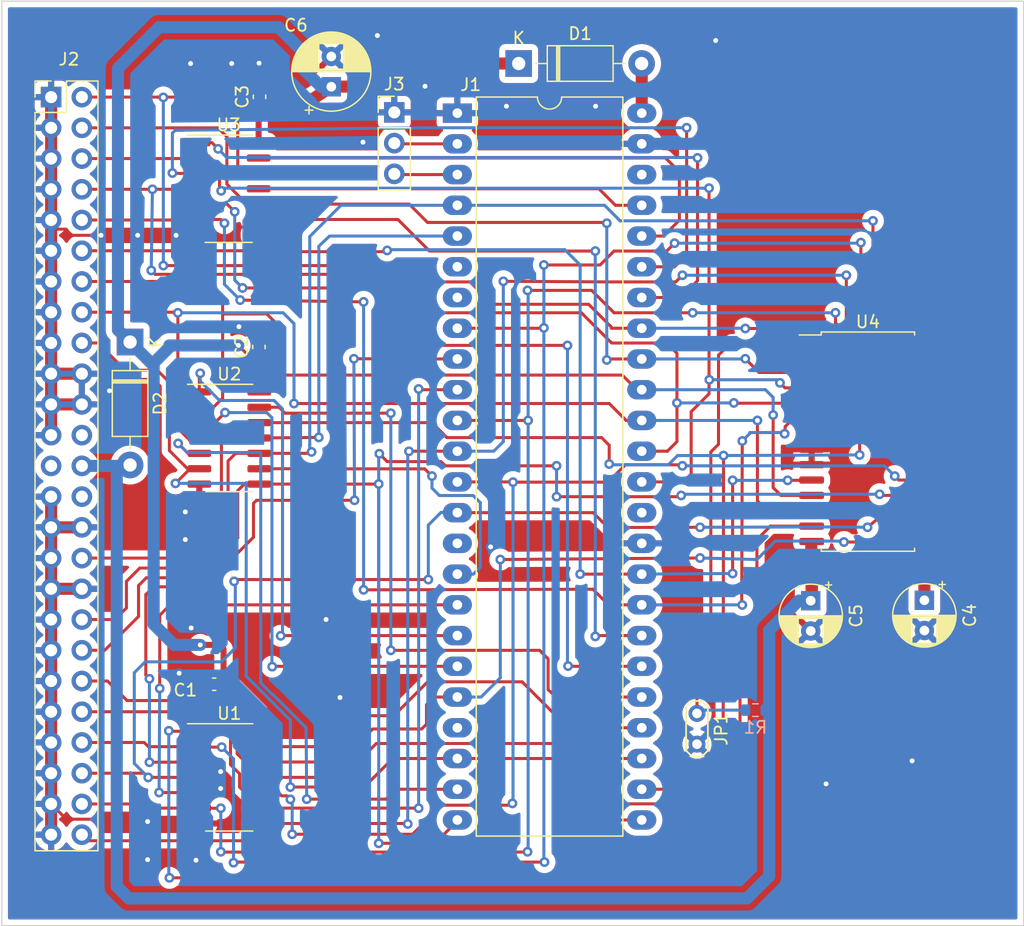
<source format=kicad_pcb>
(kicad_pcb (version 20210424) (generator pcbnew)
  (layers (0 "F.Cu" signal) (31 "B.Cu" signal) (34 "B.Paste" user) (35 "F.Paste" user) (36 "B.SilkS" user "B.Silkscreen") (37 "F.SilkS" user "F.Silkscreen") (38 "B.Mask" user) (39 "F.Mask" user) (44 "Edge.Cuts" user))
  (net 0 "")
  (net 1 "GND")
  (net 2 "Net-(C4-Pad1)")
  (net 3 "/~SELO~")
  (net 4 "/~RSTO~")
  (net 5 "/~BSY~")
  (net 6 "/~MSGO~")
  (net 7 "/~BSYO~")
  (net 8 "/~ATNO~")
  (net 10 "/~DB4O~")
  (net 12 "/~DB5O~")
  (net 13 "/~SEL~")
  (net 14 "/~DB4~")
  (net 15 "/~C~{slash}DO")
  (net 16 "/~DB5~")
  (net 17 "/~I~{slash}OO")
  (net 18 "/~REQ~")
  (net 19 "/~ATN~")
  (net 20 "/~I~{slash}O")
  (net 21 "/~DB2~")
  (net 22 "/~MSG~")
  (net 23 "/~DB3~")
  (net 24 "Net-(J1-Pad3)")
  (net 25 "/~DB7~")
  (net 27 "/~DB6~")
  (net 28 "/~ACKO~")
  (net 29 "/~DB1~")
  (net 30 "/~REQO~")
  (net 31 "/~DB0~")
  (net 32 "/~DB6O~")
  (net 33 "/~DB2O~")
  (net 34 "/~DB7O~")
  (net 35 "/~DB3O~")
  (net 36 "/~RST~")
  (net 37 "/~DB0O~")
  (net 39 "/~DB1O~")
  (net 40 "/~DBP~")
  (net 42 "/~DBPO~")
  (net 43 "Net-(J1-Pad2)")
  (net 44 "/~ACK~")
  (net 49 "/~C~{slash}D")
  (net 50 "VCC")
  (net 51 "/TPWR")
  (net 52 "/~DISCNCT~")
  (net 53 "Net-(D1-Pad2)")
  (footprint "Package_DIP:DIP-48_W15.24mm_LongPads" (layer "F.Cu") (at 104.4 62.8)
    (fp_text reference "J1")
    (fp_text value "Teensy 4.1")
  )
  (footprint "Diode_THT:D_DO-41_SOD81_P10.16mm_Horizontal" (layer "F.Cu") (at 109.47 58.7)
    (fp_text reference "D1")
    (fp_text value "1N5819")
  )
  (footprint "Capacitor_SMD:C_0603_1608Metric" (layer "F.Cu") (at 88 82.125 90)
    (fp_text reference "C2")
    (fp_text value "100n")
  )
  (footprint "Capacitor_THT:CP_Radial_D5.0mm_P2.50mm" (layer "F.Cu") (at 133.604 103.1 -90)
    (fp_text reference "C5")
    (fp_text value "100u")
  )
  (footprint "Connector_PinHeader_2.54mm:PinHeader_1x03_P2.54mm_Vertical" (layer "F.Cu") (at 99.187 62.738)
    (fp_text reference "J3")
    (fp_text value "UART")
  )
  (footprint "Capacitor_THT:CP_Radial_D5.0mm_P2.50mm" (layer "F.Cu") (at 143 103.061888 -90)
    (fp_text reference "C4")
    (fp_text value "4.7u")
  )
  (footprint "Capacitor_THT:CP_Radial_D6.3mm_P2.50mm" (layer "F.Cu") (at 93.98 60.61838 90)
    (fp_text reference "C6")
    (fp_text value "100u")
  )
  (footprint "Package_SO:SOIC-28W_7.5x17.9mm_P1.27mm" (layer "F.Cu") (at 138.330225 89.95)
    (fp_text reference "U4")
    (fp_text value "UCC5617")
  )
  (footprint "Capacitor_SMD:C_0603_1608Metric" (layer "F.Cu") (at 84.3 110 180)
    (fp_text reference "C1")
    (fp_text value "100n")
  )
  (footprint "Connector_PinHeader_2.54mm:PinHeader_2x25_P2.54mm_Vertical" (layer "F.Cu") (at 70.825 61.475)
    (fp_text reference "J2")
    (fp_text value "SCSI")
  )
  (footprint "Package_SO:SO-14_3.9x8.65mm_P1.27mm" (layer "F.Cu") (at 85.55 117.7)
    (fp_text reference "U1")
    (fp_text value "74F06")
  )
  (footprint "Package_SO:SO-14_3.9x8.65mm_P1.27mm" (layer "F.Cu") (at 85.55 89.65)
    (fp_text reference "U2")
    (fp_text value "74F06")
  )
  (footprint "Package_SO:SO-14_3.9x8.65mm_P1.27mm" (layer "F.Cu") (at 85.5 69.05)
    (fp_text reference "U3")
    (fp_text value "74F06")
  )
  (footprint "Diode_THT:D_DO-41_SOD81_P10.16mm_Horizontal" (layer "F.Cu") (at 77.35 81.72 -90)
    (fp_text reference "D2")
    (fp_text value "1N5819")
  )
  (footprint "TestPoint:TestPoint_2Pads_Pitch2.54mm_Drill0.8mm" (layer "F.Cu") (at 124.206 112.415 -90)
    (fp_text reference "JP1")
    (fp_text value "TERM Dis")
  )
  (footprint "Capacitor_SMD:C_0603_1608Metric" (layer "F.Cu") (at 88.05 61.45 90)
    (fp_text reference "C3")
    (fp_text value "100n")
  )
  (footprint "Resistor_SMD:R_0603_1608Metric" (layer "B.Cu") (at 129.032 112.141)
    (fp_text reference "R1")
    (fp_text value "4.7k")
  )
  (gr_rect (start 66.75 53.55) (end 151.2 129.95) (layer "Edge.Cuts") (width 0.1) (fill none))
  (segment (start 73.365 102.115) (end 70.825 102.115) (width 1) (layer "F.Cu") (net 1))
  (segment (start 70.825 61.475) (end 70.825 64.015) (width 1) (layer "F.Cu") (net 1))
  (segment (start 70.825 72.857) (end 70.825 89.415) (width 1) (layer "F.Cu") (net 1))
  (segment (start 70.825 64.015) (end 70.825 72.857) (width 1) (layer "F.Cu") (net 1))
  (segment (start 73.365 97.035) (end 70.825 97.035) (width 1) (layer "F.Cu") (net 1))
  (segment (start 73.365 84.335) (end 70.825 84.335) (width 1) (layer "F.Cu") (net 1))
  (segment (start 71.292 72.39) (end 72.009 72.39) (width 0.25) (layer "F.Cu") (net 1))
  (segment (start 70.825 119.895) (end 72.088 121.158) (width 0.25) (layer "F.Cu") (net 1))
  (segment (start 72.519 72.9) (end 74.95 72.9) (width 0.25) (layer "F.Cu") (net 1))
  (segment (start 70.825 86.875) (end 73.365 86.875) (width 1) (layer "F.Cu") (net 1))
  (segment (start 70.825 72.857) (end 71.292 72.39) (width 0.25) (layer "F.Cu") (net 1))
  (segment (start 72.009 72.39) (end 72.519 72.9) (width 0.25) (layer "F.Cu") (net 1))
  (segment (start 72.088 121.158) (end 74.422 121.158) (width 0.25) (layer "F.Cu") (net 1))
  (segment (start 70.825 94.495) (end 70.825 122.435) (width 1) (layer "F.Cu") (net 1))
  (via (at 75.65 85.75) (size 0.8) (drill 0.4) (layers "F.Cu" "B.Cu") (net 1))
  (via (at 78.8 121.35) (size 0.8) (drill 0.4) (layers "F.Cu" "B.Cu") (net 1))
  (via (at 81.915 95.758) (size 0.8) (drill 0.4) (layers "F.Cu" "B.Cu") (net 1))
  (via (at 101.727 60.579) (size 0.8) (drill 0.4) (layers "F.Cu" "B.Cu") (net 1))
  (via (at 84.836 117.221) (size 0.8) (drill 0.4) (layers "F.Cu" "B.Cu") (net 1))
  (via (at 81.407 109.093) (size 0.8) (drill 0.4) (layers "F.Cu" "B.Cu") (net 1))
  (via (at 125.75 56.8) (size 0.8) (drill 0.4) (layers "F.Cu" "B.Cu") (net 1))
  (via (at 77.978 72.898) (size 0.8) (drill 0.4) (layers "F.Cu" "B.Cu") (net 1))
  (via (at 94.7 111.1) (size 0.8) (drill 0.4) (layers "F.Cu" "B.Cu") (net 1))
  (via (at 85.75 58.7) (size 0.8) (drill 0.4) (layers "F.Cu" "B.Cu") (net 1))
  (via (at 81.915 98.044) (size 0.8) (drill 0.4) (layers "F.Cu" "B.Cu") (net 1))
  (via (at 82.35 58.7) (size 0.8) (drill 0.4) (layers "F.Cu" "B.Cu") (net 1))
  (via (at 88.011 58.674) (size 0.8) (drill 0.4) (layers "F.Cu" "B.Cu") (net 1))
  (via (at 74.95 72.9) (size 0.8) (drill 0.4) (layers "F.Cu" "B.Cu") (net 1))
  (via (at 97.79 56.388) (size 0.8) (drill 0.4) (layers "F.Cu" "B.Cu") (net 1))
  (via (at 134.874 118.237) (size 0.8) (drill 0.4) (layers "F.Cu" "B.Cu") (net 1))
  (via (at 81.153 72.898) (size 0.8) (drill 0.4) (layers "F.Cu" "B.Cu") (net 1))
  (via (at 78.8 124.5) (size 0.8) (drill 0.4) (layers "F.Cu" "B.Cu") (net 1))
  (via (at 108.458 62.23) (size 0.8) (drill 0.4) (layers "F.Cu" "B.Cu") (net 1))
  (via (at 141.986 116.332) (size 0.8) (drill 0.4) (layers "F.Cu" "B.Cu") (net 1))
  (via (at 84.836 118.618) (size 0.8) (drill 0.4) (layers "F.Cu" "B.Cu") (net 1))
  (via (at 115.824 62.23) (size 0.8) (drill 0.4) (layers "F.Cu" "B.Cu") (net 1))
  (via (at 86.35 80.45) (size 0.8) (drill 0.4) (layers "F.Cu" "B.Cu") (net 1))
  (via (at 82.4 105.35) (size 0.8) (drill 0.4) (layers "F.Cu" "B.Cu") (net 1))
  (via (at 96.6 65.2) (size 0.8) (drill 0.4) (layers "F.Cu" "B.Cu") (net 1))
  (via (at 82.8 124.55) (size 0.8) (drill 0.4) (layers "F.Cu" "B.Cu") (net 1))
  (via (at 93.55 104.65) (size 0.8) (drill 0.4) (layers "F.Cu" "B.Cu") (net 1))
  (via (at 107.15 98.65) (size 0.8) (drill 0.4) (layers "F.Cu" "B.Cu") (net 1))
  (segment (start 126.303 65.34) (end 126.365 65.278) (width 1) (layer "B.Cu") (net 1))
  (segment (start 119.64 65.34) (end 126.303 65.34) (width 1) (layer "B.Cu") (net 1))
  (segment (start 143 102.594887) (end 143 98.4) (width 1) (layer "F.Cu") (net 2))
  (segment (start 143 98.224775) (end 142.980225 98.205) (width 0.25) (layer "F.Cu") (net 2))
  (segment (start 117.667 121.22) (end 119.64 121.22) (width 0.25) (layer "F.Cu") (net 3))
  (segment (start 80.59 113.89) (end 80.55 113.85) (width 0.25) (layer "F.Cu") (net 3))
  (segment (start 116.967 125.476) (end 116.967 121.92) (width 0.25) (layer "F.Cu") (net 3))
  (segment (start 83.075 113.89) (end 80.59 113.89) (width 0.25) (layer "F.Cu") (net 3))
  (segment (start 80.6 126) (end 116.443 126) (width 0.25) (layer "F.Cu") (net 3))
  (segment (start 116.967 121.92) (end 117.667 121.22) (width 0.25) (layer "F.Cu") (net 3))
  (segment (start 116.443 126) (end 116.967 125.476) (width 0.25) (layer "F.Cu") (net 3))
  (via (at 80.55 113.85) (size 0.8) (drill 0.4) (layers "F.Cu" "B.Cu") (net 3))
  (via (at 80.6 126) (size 0.8) (drill 0.4) (layers "F.Cu" "B.Cu") (net 3))
  (segment (start 80.55 113.85) (end 80.55 125.95) (width 0.25) (layer "B.Cu") (net 3))
  (segment (start 80.55 125.95) (end 80.6 126) (width 0.25) (layer "B.Cu") (net 3))
  (segment (start 101.95 109.8) (end 109.75 109.8) (width 0.25) (layer "F.Cu") (net 4))
  (segment (start 88.025 115.16) (end 94.39 115.16) (width 0.25) (layer "F.Cu") (net 4))
  (segment (start 99.15 112.6) (end 101.95 109.8) (width 0.25) (layer "F.Cu") (net 4))
  (segment (start 94.39 115.16) (end 96.95 112.6) (width 0.25) (layer "F.Cu") (net 4))
  (segment (start 113.55 113.6) (end 119.64 113.6) (width 0.25) (layer "F.Cu") (net 4))
  (segment (start 96.95 112.6) (end 99.15 112.6) (width 0.25) (layer "F.Cu") (net 4))
  (segment (start 109.75 109.8) (end 113.55 113.6) (width 0.25) (layer "F.Cu") (net 4))
  (segment (start 92.23 90.92) (end 88.025 90.92) (width 0.25) (layer "F.Cu") (net 5))
  (segment (start 77.05 101.5) (end 78.15 100.4) (width 0.25) (layer "F.Cu") (net 5))
  (segment (start 76.095 104.655) (end 77.05 103.7) (width 0.25) (layer "F.Cu") (net 5))
  (segment (start 85.45 91.55) (end 86.1 90.9) (width 0.25) (layer "F.Cu") (net 5))
  (segment (start 138.75 79.759775) (end 141.955225 82.965) (width 0.25) (layer "F.Cu") (net 5))
  (segment (start 77.05 103.7) (end 77.05 101.5) (width 0.25) (layer "F.Cu") (net 5))
  (segment (start 92.35 90.8) (end 92.23 90.92) (width 0.25) (layer "F.Cu") (net 5))
  (segment (start 138.75 71.7) (end 138.75 79.759775) (width 0.25) (layer "F.Cu") (net 5))
  (segment (start 73.365 104.655) (end 76.095 104.655) (width 0.25) (layer "F.Cu") (net 5))
  (segment (start 141.955225 82.965) (end 142.980225 82.965) (width 0.25) (layer "F.Cu") (net 5))
  (segment (start 85.45 97.65) (end 85.45 91.55) (width 0.25) (layer "F.Cu") (net 5))
  (segment (start 86.12 90.92) (end 88.025 90.92) (width 0.25) (layer "F.Cu") (net 5))
  (segment (start 86.1 90.9) (end 86.12 90.92) (width 0.25) (layer "F.Cu") (net 5))
  (segment (start 78.15 100.4) (end 82.7 100.4) (width 0.25) (layer "F.Cu") (net 5))
  (segment (start 82.7 100.4) (end 85.45 97.65) (width 0.25) (layer "F.Cu") (net 5))
  (via (at 92.35 90.8) (size 0.8) (drill 0.4) (layers "F.Cu" "B.Cu") (net 5))
  (via (at 138.75 71.7) (size 0.8) (drill 0.4) (layers "F.Cu" "B.Cu") (net 5))
  (segment (start 92.2 90.65) (end 92.35 90.8) (width 0.25) (layer "B.Cu") (net 5))
  (segment (start 116.57 70.42) (end 117.85 71.7) (width 0.25) (layer "B.Cu") (net 5))
  (segment (start 117.85 71.7) (end 138.75 71.7) (width 0.25) (layer "B.Cu") (net 5))
  (segment (start 104.4 70.42) (end 116.57 70.42) (width 0.25) (layer "B.Cu") (net 5))
  (segment (start 92.4 72.8) (end 92.2 73) (width 0.25) (layer "B.Cu") (net 5))
  (segment (start 94.78 70.42) (end 92.4 72.8) (width 0.25) (layer "B.Cu") (net 5))
  (segment (start 92.2 90.2) (end 92.2 90.65) (width 0.25) (layer "B.Cu") (net 5))
  (segment (start 92.2 73) (end 92.2 90.2) (width 0.25) (layer "B.Cu") (net 5))
  (segment (start 104.4 70.42) (end 94.78 70.42) (width 0.25) (layer "B.Cu") (net 5))
  (segment (start 115.4 114.9) (end 116.64 116.14) (width 0.25) (layer "F.Cu") (net 6))
  (segment (start 94.9 117.7) (end 97.7 114.9) (width 0.25) (layer "F.Cu") (net 6))
  (segment (start 97.7 114.9) (end 115.4 114.9) (width 0.25) (layer "F.Cu") (net 6))
  (segment (start 116.64 116.14) (end 119.64 116.14) (width 0.25) (layer "F.Cu") (net 6))
  (segment (start 88.025 117.7) (end 94.9 117.7) (width 0.25) (layer "F.Cu") (net 6))
  (segment (start 92.95 89.6) (end 88.025 89.65) (width 0.25) (layer "F.Cu") (net 7))
  (via (at 92.95 89.6) (size 0.8) (drill 0.4) (layers "F.Cu" "B.Cu") (net 7))
  (segment (start 92.95 89.6) (end 92.95 73.8) (width 0.25) (layer "B.Cu") (net 7))
  (segment (start 92.95 73.8) (end 93.84 72.96) (width 0.25) (layer "B.Cu") (net 7))
  (segment (start 93.84 72.96) (end 104.4 72.96) (width 0.25) (layer "B.Cu") (net 7))
  (segment (start 111.2 107.2) (end 111.9 107.9) (width 0.25) (layer "F.Cu") (net 8))
  (segment (start 88.025 87.11) (end 89.66 87.11) (width 0.25) (layer "F.Cu") (net 8))
  (segment (start 112.55 111.05) (end 113.65 111.06) (width 0.25) (layer "F.Cu") (net 8))
  (segment (start 90.15 87.6) (end 98.9 87.6) (width 0.25) (layer "F.Cu") (net 8))
  (segment (start 113.65 111.06) (end 119.64 111.06) (width 0.25) (layer "F.Cu") (net 8))
  (segment (start 89.66 87.11) (end 90.15 87.6) (width 0.25) (layer "F.Cu") (net 8))
  (segment (start 111.9 107.9) (end 111.9 110.45) (width 0.25) (layer "F.Cu") (net 8))
  (segment (start 111.9 110.45) (end 112.55 111.05) (width 0.25) (layer "F.Cu") (net 8))
  (segment (start 98.9 107.2) (end 111.2 107.2) (width 0.25) (layer "F.Cu") (net 8))
  (via (at 98.9 107.2) (size 0.8) (drill 0.4) (layers "F.Cu" "B.Cu") (net 8))
  (via (at 98.9 87.6) (size 0.8) (drill 0.4) (layers "F.Cu" "B.Cu") (net 8))
  (segment (start 98.9 107.2) (end 98.9 87.6) (width 0.25) (layer "B.Cu") (net 8))
  (segment (start 86.65 77.25) (end 97.8 77.25) (width 0.25) (layer "F.Cu") (net 10))
  (segment (start 113.57 108.52) (end 119.64 108.52) (width 0.25) (layer "F.Cu") (net 10))
  (segment (start 102.64548 81.99548) (end 113.49548 81.99548) (width 0.25) (layer "F.Cu") (net 10))
  (segment (start 113.55 108.5) (end 113.57 108.52) (width 0.25) (layer "F.Cu") (net 10))
  (segment (start 97.9 77.25) (end 102.45 81.8) (width 0.25) (layer "F.Cu") (net 10))
  (segment (start 83.025 70.32) (end 85.37 70.32) (width 0.25) (layer "F.Cu") (net 10))
  (segment (start 97.8 77.25) (end 97.9 77.25) (width 0.25) (layer "F.Cu") (net 10))
  (segment (start 113.49548 81.99548) (end 113.5 82) (width 0.25) (layer "F.Cu") (net 10))
  (segment (start 85.37 70.32) (end 86 70.95) (width 0.25) (layer "F.Cu") (net 10))
  (segment (start 102.45 81.8) (end 102.64548 81.99548) (width 0.25) (layer "F.Cu") (net 10))
  (via (at 113.55 108.5) (size 0.8) (drill 0.4) (layers "F.Cu" "B.Cu") (net 10))
  (via (at 86.65 77.25) (size 0.8) (drill 0.4) (layers "F.Cu" "B.Cu") (net 10))
  (via (at 86 70.95) (size 0.8) (drill 0.4) (layers "F.Cu" "B.Cu") (net 10))
  (via (at 113.5 82) (size 0.8) (drill 0.4) (layers "F.Cu" "B.Cu") (net 10))
  (segment (start 113.5 108.45) (end 113.55 108.5) (width 0.25) (layer "B.Cu") (net 10))
  (segment (start 86 76.6) (end 86.65 77.25) (width 0.25) (layer "B.Cu") (net 10))
  (segment (start 86 70.95) (end 86 76.6) (width 0.25) (layer "B.Cu") (net 10))
  (segment (start 113.5 82) (end 113.5 108.45) (width 0.25) (layer "B.Cu") (net 10))
  (segment (start 99.49 71.59) (end 102.1 74.2) (width 0.25) (layer "F.Cu") (net 12))
  (segment (start 102.1 74.2) (end 115.8 74.2) (width 0.25) (layer "F.Cu") (net 12))
  (segment (start 115.87 105.98) (end 119.64 105.98) (width 0.25) (layer "F.Cu") (net 12))
  (segment (start 87.975 71.59) (end 99.49 71.59) (width 0.25) (layer "F.Cu") (net 12))
  (segment (start 115.8 106.05) (end 115.87 105.98) (width 0.25) (layer "F.Cu") (net 12))
  (via (at 115.8 106.05) (size 0.8) (drill 0.4) (layers "F.Cu" "B.Cu") (net 12))
  (via (at 115.8 74.2) (size 0.8) (drill 0.4) (layers "F.Cu" "B.Cu") (net 12))
  (segment (start 115.8 74.2) (end 115.8 106.05) (width 0.25) (layer "B.Cu") (net 12))
  (segment (start 85.95 124.7) (end 85.9 124.75) (width 0.25) (layer "F.Cu") (net 13))
  (segment (start 111.55 75.35) (end 116.2 75.35) (width 0.25) (layer "F.Cu") (net 13))
  (segment (start 121.7 74.2) (end 122.35 73.55) (width 0.25) (layer "F.Cu") (net 13))
  (segment (start 111.52 80.58) (end 111.55 80.55) (width 0.25) (layer "F.Cu") (net 13))
  (segment (start 86.7 124.7) (end 85.95 124.7) (width 0.25) (layer "F.Cu") (net 13))
  (segment (start 137.75 73.5) (end 137.75 80.029775) (width 0.25) (layer "F.Cu") (net 13))
  (segment (start 117.35 74.2) (end 121.7 74.2) (width 0.25) (layer "F.Cu") (net 13))
  (segment (start 137.75 80.029775) (end 141.955225 84.235) (width 0.25) (layer "F.Cu") (net 13))
  (segment (start 104.4 80.58) (end 111.52 80.58) (width 0.25) (layer "F.Cu") (net 13))
  (segment (start 73.365 114.815) (end 78.515 114.815) (width 0.25) (layer "F.Cu") (net 13))
  (segment (start 111.6 124.7) (end 86.7 124.7) (width 0.25) (layer "F.Cu") (net 13))
  (segment (start 116.2 75.35) (end 117.35 74.2) (width 0.25) (layer "F.Cu") (net 13))
  (segment (start 83.115 115.2) (end 83.075 115.16) (width 0.25) (layer "F.Cu") (net 13))
  (segment (start 78.515 114.815) (end 78.86 115.16) (width 0.25) (layer "F.Cu") (net 13))
  (segment (start 141.955225 84.235) (end 142.980225 84.235) (width 0.25) (layer "F.Cu") (net 13))
  (segment (start 84.9255 115.2) (end 83.115 115.2) (width 0.25) (layer "F.Cu") (net 13))
  (segment (start 78.86 115.16) (end 83.075 115.16) (width 0.25) (layer "F.Cu") (net 13))
  (via (at 111.55 80.55) (size 0.8) (drill 0.4) (layers "F.Cu" "B.Cu") (net 13))
  (via (at 122.35 73.55) (size 0.8) (drill 0.4) (layers "F.Cu" "B.Cu") (net 13))
  (via (at 84.9255 115.2) (size 0.8) (drill 0.4) (layers "F.Cu" "B.Cu") (net 13))
  (via (at 111.55 75.35) (size 0.8) (drill 0.4) (layers "F.Cu" "B.Cu") (net 13))
  (via (at 85.9 124.75) (size 0.8) (drill 0.4) (layers "F.Cu" "B.Cu") (net 13))
  (via (at 111.6 124.7) (size 0.8) (drill 0.4) (layers "F.Cu" "B.Cu") (net 13))
  (via (at 137.75 73.5) (size 0.8) (drill 0.4) (layers "F.Cu" "B.Cu") (net 13))
  (segment (start 111.55 124.65) (end 111.6 124.7) (width 0.25) (layer "B.Cu") (net 13))
  (segment (start 111.55 80.55) (end 111.55 75.35) (width 0.25) (layer "B.Cu") (net 13))
  (segment (start 85.9 116.1745) (end 84.9255 115.2) (width 0.25) (layer "B.Cu") (net 13))
  (segment (start 111.55 80.55) (end 111.55 124.65) (width 0.25) (layer "B.Cu") (net 13))
  (segment (start 122.35 73.55) (end 137.7 73.55) (width 0.25) (layer "B.Cu") (net 13))
  (segment (start 137.7 73.55) (end 137.75 73.5) (width 0.25) (layer "B.Cu") (net 13))
  (segment (start 85.9 124.75) (end 85.9 116.1745) (width 0.25) (layer "B.Cu") (net 13))
  (segment (start 127.9 103.4) (end 127.95 103.45) (width 0.25) (layer "F.Cu") (net 14))
  (segment (start 83.025 71.59) (end 84.84 71.59) (width 0.25) (layer "F.Cu") (net 14))
  (segment (start 131.45 89.3) (end 131.5 88.7) (width 0.25) (layer "F.Cu") (net 14))
  (segment (start 115.6 102.15) (end 116.89 103.44) (width 0.25) (layer "F.Cu") (net 14))
  (segment (start 132.650225 88.05) (end 132.655225 88.045) (width 0.25) (layer "F.Cu") (net 14))
  (segment (start 132.15 88.05) (end 132.650225 88.05) (width 0.25) (layer "F.Cu") (net 14))
  (segment (start 84.84 71.59) (end 85.15 71.9) (width 0.25) (layer "F.Cu") (net 14))
  (segment (start 96.65 102.2) (end 115.6 102.15) (width 0.25) (layer "F.Cu") (net 14))
  (segment (start 116.89 103.44) (end 119.64 103.44) (width 0.25) (layer "F.Cu") (net 14))
  (segment (start 131.5 88.7) (end 132.15 88.05) (width 0.25) (layer "F.Cu") (net 14))
  (segment (start 132.655225 88.045) (end 133.680225 88.045) (width 0.25) (layer "F.Cu") (net 14))
  (segment (start 86.45 78.25) (end 96.65 78.4) (width 0.25) (layer "F.Cu") (net 14))
  (segment (start 73.365 71.635) (end 82.98 71.635) (width 0.25) (layer "F.Cu") (net 14))
  (segment (start 127.95 89.9) (end 127.9 103.4) (width 0.25) (layer "F.Cu") (net 14))
  (segment (start 82.98 71.635) (end 83.025 71.59) (width 0.25) (layer "F.Cu") (net 14))
  (via (at 96.65 78.4) (size 0.8) (drill 0.4) (layers "F.Cu" "B.Cu") (net 14))
  (via (at 127.95 89.9) (size 0.8) (drill 0.4) (layers "F.Cu" "B.Cu") (net 14))
  (via (at 96.65 102.2) (size 0.8) (drill 0.4) (layers "F.Cu" "B.Cu") (net 14))
  (via (at 127.95 103.45) (size 0.8) (drill 0.4) (layers "F.Cu" "B.Cu") (net 14))
  (via (at 85.15 71.9) (size 0.8) (drill 0.4) (layers "F.Cu" "B.Cu") (net 14))
  (via (at 86.45 78.25) (size 0.8) (drill 0.4) (layers "F.Cu" "B.Cu") (net 14))
  (via (at 131.45 89.3) (size 0.8) (drill 0.4) (layers "F.Cu" "B.Cu") (net 14))
  (segment (start 127.95 103.45) (end 127.94 103.44) (width 0.25) (layer "B.Cu") (net 14))
  (segment (start 85.15 71.9) (end 85.15 76.95) (width 0.25) (layer "B.Cu") (net 14))
  (segment (start 85.15 76.95) (end 86.45 78.25) (width 0.25) (layer "B.Cu") (net 14))
  (segment (start 131.525 89.2) (end 128.575 89.2) (width 0.25) (layer "B.Cu") (net 14))
  (segment (start 127.94 103.44) (end 119.64 103.44) (width 0.25) (layer "B.Cu") (net 14))
  (segment (start 128.575 89.275) (end 127.95 89.9) (width 0.25) (layer "B.Cu") (net 14))
  (segment (start 96.65 78.4) (end 96.65 102.2) (width 0.25) (layer "B.Cu") (net 14))
  (segment (start 128.575 89.2) (end 128.575 89.275) (width 0.25) (layer "B.Cu") (net 14))
  (segment (start 83.45 101.95) (end 79.3 101.95) (width 0.25) (layer "F.Cu") (net 15))
  (segment (start 78.65 102.6) (end 78.65 109.25) (width 0.25) (layer "F.Cu") (net 15))
  (segment (start 87.55 95.05) (end 87.55 97.85) (width 0.25) (layer "F.Cu") (net 15))
  (segment (start 78.65 109.25) (end 78.95 109.55) (width 0.25) (layer "F.Cu") (net 15))
  (segment (start 78.95 116.45) (end 83.075 116.43) (width 0.25) (layer "F.Cu") (net 15))
  (segment (start 87.8 94.8) (end 87.55 95.05) (width 0.25) (layer "F.Cu") (net 15))
  (segment (start 79.3 101.95) (end 78.65 102.6) (width 0.25) (layer "F.Cu") (net 15))
  (segment (start 95.9 94.8) (end 87.8 94.8) (width 0.25) (layer "F.Cu") (net 15))
  (segment (start 95.85 83.1) (end 104.4 83.12) (width 0.25) (layer "F.Cu") (net 15))
  (segment (start 87.55 97.85) (end 83.45 101.95) (width 0.25) (layer "F.Cu") (net 15))
  (via (at 78.95 116.45) (size 0.8) (drill 0.4) (layers "F.Cu" "B.Cu") (net 15))
  (via (at 95.9 94.8) (size 0.8) (drill 0.4) (layers "F.Cu" "B.Cu") (net 15))
  (via (at 78.95 109.55) (size 0.8) (drill 0.4) (layers "F.Cu" "B.Cu") (net 15))
  (via (at 95.85 83.1) (size 0.8) (drill 0.4) (layers "F.Cu" "B.Cu") (net 15))
  (segment (start 78.95 109.55) (end 78.95 116.45) (width 0.25) (layer "B.Cu") (net 15))
  (segment (start 95.85 83.1) (end 95.9 94.8) (width 0.25) (layer "B.Cu") (net 15))
  (segment (start 98.5 74.25) (end 98.6 74.15) (width 0.25) (layer "F.Cu") (net 16))
  (segment (start 133.655225 93.15) (end 133.680225 93.125) (width 0.25) (layer "F.Cu") (net 16))
  (segment (start 127.15 93.15) (end 127.15 100.85) (width 0.25) (layer "F.Cu") (net 16))
  (segment (start 87.425 74.175) (end 87.975 73.625) (width 0.25) (layer "F.Cu") (net 16))
  (segment (start 89.365 74.25) (end 89.5 74.25) (width 0.25) (layer "F.Cu") (net 16))
  (segment (start 114.55 100.9) (end 119.64 100.9) (width 0.25) (layer "F.Cu") (net 16))
  (segment (start 87.975 72.86) (end 89.365 74.25) (width 0.25) (layer "F.Cu") (net 16))
  (segment (start 131.7 93.15) (end 133.655225 93.15) (width 0.25) (layer "F.Cu") (net 16))
  (segment (start 87.975 73.625) (end 87.975 72.86) (width 0.25) (layer "F.Cu") (net 16))
  (segment (start 73.365 74.175) (end 87.425 74.175) (width 0.25) (layer "F.Cu") (net 16))
  (segment (start 89.5 74.25) (end 98.5 74.25) (width 0.25) (layer "F.Cu") (net 16))
  (via (at 131.7 93.15) (size 0.8) (drill 0.4) (layers "F.Cu" "B.Cu") (net 16))
  (via (at 114.55 100.9) (size 0.8) (drill 0.4) (layers "F.Cu" "B.Cu") (net 16))
  (via (at 127.15 100.85) (size 0.8) (drill 0.4) (layers "F.Cu" "B.Cu") (net 16))
  (via (at 127.15 93.15) (size 0.8) (drill 0.4) (layers "F.Cu" "B.Cu") (net 16))
  (via (at 98.6 74.15) (size 0.8) (drill 0.4) (layers "F.Cu" "B.Cu") (net 16))
  (segment (start 113.28452 74.08452) (end 114.4 75.2) (width 0.25) (layer "B.Cu") (net 16))
  (segment (start 114.55 75.35) (end 114.55 100.9) (width 0.25) (layer "B.Cu") (net 16))
  (segment (start 98.66548 74.08452) (end 113.28452 74.08452) (width 0.25) (layer "B.Cu") (net 16))
  (segment (start 127.15 100.85) (end 119.64 100.9) (width 0.25) (layer "B.Cu") (net 16))
  (segment (start 98.6 74.15) (end 98.66548 74.08452) (width 0.25) (layer "B.Cu") (net 16))
  (segment (start 127.15 93.15) (end 131.7 93.15) (width 0.25) (layer "B.Cu") (net 16))
  (segment (start 114.4 75.2) (end 114.55 75.35) (width 0.25) (layer "B.Cu") (net 16))
  (segment (start 101.2 85.6) (end 101.26 85.66) (width 0.25) (layer "F.Cu") (net 17))
  (segment (start 88.025 120.24) (end 101.19 120.24) (width 0.25) (layer "F.Cu") (net 17))
  (segment (start 101.26 85.66) (end 104.4 85.66) (width 0.25) (layer "F.Cu") (net 17))
  (segment (start 101.19 120.24) (end 101.2 120.25) (width 0.25) (layer "F.Cu") (net 17))
  (via (at 101.2 85.6) (size 0.8) (drill 0.4) (layers "F.Cu" "B.Cu") (net 17))
  (via (at 101.2 120.25) (size 0.8) (drill 0.4) (layers "F.Cu" "B.Cu") (net 17))
  (segment (start 101.2 120.25) (end 101.2 85.6) (width 0.25) (layer "B.Cu") (net 17))
  (segment (start 78.345 119.895) (end 78.69 120.24) (width 0.25) (layer "F.Cu") (net 18))
  (segment (start 115.5 77.45) (end 117.35 79.3) (width 0.25) (layer "F.Cu") (net 18))
  (segment (start 117.35 79.3) (end 123.85 79.3) (width 0.25) (layer "F.Cu") (net 18))
  (segment (start 110.2 77.45) (end 115.5 77.45) (width 0.25) (layer "F.Cu") (net 18))
  (segment (start 73.365 119.895) (end 78.345 119.895) (width 0.25) (layer "F.Cu") (net 18))
  (segment (start 78.69 120.24) (end 83.075 120.24) (width 0.25) (layer "F.Cu") (net 18))
  (segment (start 85.124511 123.874511) (end 85.1 123.85) (width 0.25) (layer "F.Cu") (net 18))
  (segment (start 110.175489 123.874511) (end 85.124511 123.874511) (width 0.25) (layer "F.Cu") (net 18))
  (segment (start 142.288 86.775) (end 135.65 80.137) (width 0.25) (layer "F.Cu") (net 18))
  (segment (start 85.1 123.85) (end 84.85 123.85) (width 0.25) (layer "F.Cu") (net 18))
  (segment (start 83.085 120.25) (end 83.075 120.24) (width 0.25) (layer "F.Cu") (net 18))
  (segment (start 135.65 79.3) (end 135.65 80.137) (width 0.25) (layer "F.Cu") (net 18))
  (segment (start 142.980225 86.775) (end 142.288 86.775) (width 0.25) (layer "F.Cu") (net 18))
  (segment (start 110.2 123.85) (end 110.175489 123.874511) (width 0.25) (layer "F.Cu") (net 18))
  (segment (start 84.85 120.25) (end 83.085 120.25) (width 0.25) (layer "F.Cu") (net 18))
  (segment (start 104.4 88.2) (end 110.25 88.2) (width 0.25) (layer "F.Cu") (net 18))
  (via (at 123.85 79.3) (size 0.8) (drill 0.4) (layers "F.Cu" "B.Cu") (net 18))
  (via (at 84.85 120.25) (size 0.8) (drill 0.4) (layers "F.Cu" "B.Cu") (net 18))
  (via (at 110.25 88.2) (size 0.8) (drill 0.4) (layers "F.Cu" "B.Cu") (net 18))
  (via (at 135.65 79.3) (size 0.8) (drill 0.4) (layers "F.Cu" "B.Cu") (net 18))
  (via (at 84.85 123.85) (size 0.8) (drill 0.4) (layers "F.Cu" "B.Cu") (net 18))
  (via (at 110.2 77.45) (size 0.8) (drill 0.4) (layers "F.Cu" "B.Cu") (net 18))
  (via (at 110.2 123.85) (size 0.8) (drill 0.4) (layers "F.Cu" "B.Cu") (net 18))
  (segment (start 110.25 78.15) (end 110.25 77.5) (width 0.25) (layer "B.Cu") (net 18))
  (segment (start 110.25 88.2) (end 110.25 78.15) (width 0.25) (layer "B.Cu") (net 18))
  (segment (start 110.25 88.2) (end 110.25 123.8) (width 0.25) (layer "B.Cu") (net 18))
  (segment (start 84.85 123.85) (end 84.85 120.25) (width 0.25) (layer "B.Cu") (net 18))
  (segment (start 110.25 123.8) (end 110.2 123.85) (width 0.25) (layer "B.Cu") (net 18))
  (segment (start 110.25 77.5) (end 110.2 77.45) (width 0.25) (layer "B.Cu") (net 18))
  (segment (start 135.65 79.3) (end 123.85 79.3) (width 0.25) (layer "B.Cu") (net 18))
  (segment (start 126.365 117.475) (end 126.4 91.1) (width 0.25) (layer "F.Cu") (net 19))
  (segment (start 125.16 118.68) (end 119.64 118.68) (width 0.25) (layer "F.Cu") (net 19))
  (segment (start 137.65 91.05) (end 137.65 88.9) (width 0.25) (layer "F.Cu") (net 19))
  (segment (start 73.365 99.575) (end 82.425 99.575) (width 0.25) (layer "F.Cu") (net 19))
  (segment (start 82.425 99.575) (end 84.9 97.1) (width 0.25) (layer "F.Cu") (net 19))
  (segment (start 102.298729 88.38) (end 88.025 88.38) (width 0.25) (layer "F.Cu") (net 19))
  (segment (start 138.505 88.045) (end 142.980225 88.045) (width 0.25) (layer "F.Cu") (net 19))
  (segment (start 85.87 88.38) (end 88.025 88.38) (width 0.25) (layer "F.Cu") (net 19))
  (segment (start 103.534209 89.61548) (end 102.298729 88.38) (width 0.25) (layer "F.Cu") (net 19))
  (segment (start 84.9 89.35) (end 85.87 88.38) (width 0.25) (layer "F.Cu") (net 19))
  (segment (start 116.31548 89.61548) (end 116.95 90.25) (width 0.25) (layer "F.Cu") (net 19))
  (segment (start 116.31548 89.61548) (end 103.534209 89.61548) (width 0.25) (layer "F.Cu") (net 19))
  (segment (start 137.65 88.9) (end 138.505 88.045) (width 0.25) (layer "F.Cu") (net 19))
  (segment (start 84.9 97.1) (end 84.9 89.35) (width 0.25) (layer "F.Cu") (net 19))
  (segment (start 116.95 90.25) (end 116.95 91.8) (width 0.25) (layer "F.Cu") (net 19))
  (segment (start 126.365 117.475) (end 125.16 118.68) (width 0.25) (layer "F.Cu") (net 19))
  (via (at 116.95 91.8) (size 0.8) (drill 0.4) (layers "F.Cu" "B.Cu") (net 19))
  (via (at 137.65 91.05) (size 0.8) (drill 0.4) (layers "F.Cu" "B.Cu") (net 19))
  (via (at 126.4 91.1) (size 0.8) (drill 0.4) (layers "F.Cu" "B.Cu") (net 19))
  (segment (start 117.01452 91.86452) (end 121.83548 91.86452) (width 0.25) (layer "B.Cu") (net 19))
  (segment (start 137.65 91.05) (end 126.4 91.1) (width 0.25) (layer "B.Cu") (net 19))
  (segment (start 122.6 91.1) (end 126.4 91.1) (width 0.25) (layer "B.Cu") (net 19))
  (segment (start 121.83548 91.86452) (end 122.6 91.1) (width 0.25) (layer "B.Cu") (net 19))
  (segment (start 116.95 91.8) (end 117.01452 91.86452) (width 0.25) (layer "B.Cu") (net 19))
  (segment (start 117.15 76.75) (end 122.45 76.75) (width 0.25) (layer "F.Cu") (net 20))
  (segment (start 100.41 90.74) (end 104.4 90.74) (width 0.25) (layer "F.Cu") (net 20))
  (segment (start 86.599 122.936) (end 73.866 122.936) (width 0.25) (layer "F.Cu") (net 20))
  (segment (start 73.866 122.936) (end 73.365 122.435) (width 0.25) (layer "F.Cu") (net 20))
  (segment (start 88.025 121.51) (end 100.26 121.51) (width 0.25) (layer "F.Cu") (net 20))
  (segment (start 100.26 121.51) (end 100.3 121.55) (width 0.25) (layer "F.Cu") (net 20))
  (segment (start 100.4 90.75) (end 100.41 90.74) (width 0.25) (layer "F.Cu") (net 20))
  (segment (start 108.2 76.7) (end 117.15 76.75) (width 0.25) (layer "F.Cu") (net 20))
  (segment (start 136.55 80.3) (end 141.755 85.505) (width 0.25) (layer "F.Cu") (net 20))
  (segment (start 122.45 76.75) (end 123 76.2) (width 0.25) (layer "F.Cu") (net 20))
  (segment (start 88.025 121.51) (end 86.599 122.936) (width 0.25) (layer "F.Cu") (net 20))
  (segment (start 136.55 76.2) (end 136.55 80.3) (width 0.25) (layer "F.Cu") (net 20))
  (segment (start 141.755 85.505) (end 142.980225 85.505) (width 0.25) (layer "F.Cu") (net 20))
  (via (at 100.3 121.55) (size 0.8) (drill 0.4) (layers "F.Cu" "B.Cu") (net 20))
  (via (at 136.55 76.2) (size 0.8) (drill 0.4) (layers "F.Cu" "B.Cu") (net 20))
  (via (at 123 76.2) (size 0.8) (drill 0.4) (layers "F.Cu" "B.Cu") (net 20))
  (via (at 100.4 90.75) (size 0.8) (drill 0.4) (layers "F.Cu" "B.Cu") (net 20))
  (via (at 108.2 76.7) (size 0.8) (drill 0.4) (layers "F.Cu" "B.Cu") (net 20))
  (segment (start 107.41 90.74) (end 104.4 90.74) (width 0.25) (layer "B.Cu") (net 20))
  (segment (start 100.3 121.55) (end 100.3 90.85) (width 0.25) (layer "B.Cu") (net 20))
  (segment (start 108.2 76.7) (end 108.2 89.95) (width 0.25) (layer "B.Cu") (net 20))
  (segment (start 100.3 90.85) (end 100.4 90.75) (width 0.25) (layer "B.Cu") (net 20))
  (segment (start 123 76.2) (end 136.55 76.2) (width 0.25) (layer "B.Cu") (net 20))
  (segment (start 108.2 89.95) (end 107.41 90.74) (width 0.25) (layer "B.Cu") (net 20))
  (segment (start 123.724511 92.625489) (end 123.07 93.28) (width 0.25) (layer "F.Cu") (net 21))
  (segment (start 84.744531 69.089129) (end 84.877701 69.222299) (width 0.25) (layer "F.Cu") (net 21))
  (segment (start 73.365 66.555) (end 82.98 66.555) (width 0.25) (layer "F.Cu") (net 21))
  (segment (start 131.479 85.505) (end 131.064 85.09) (width 0.25) (layer "F.Cu") (net 21))
  (segment (start 84.744531 67.254531) (end 84.744531 69.089129) (width 0.25) (layer "F.Cu") (net 21))
  (segment (start 133.680225 85.505) (end 131.479 85.505) (width 0.25) (layer "F.Cu") (net 21))
  (segment (start 83.025 66.51) (end 84 66.51) (width 0.25) (layer "F.Cu") (net 21))
  (segment (start 123.07 93.28) (end 119.64 93.28) (width 0.25) (layer "F.Cu") (net 21))
  (segment (start 125.2 69) (end 125.2 86.001) (width 0.25) (layer "F.Cu") (net 21))
  (segment (start 123.724511 87.476489) (end 123.724511 92.625489) (width 0.25) (layer "F.Cu") (net 21))
  (segment (start 84 66.51) (end 84.744531 67.254531) (width 0.25) (layer "F.Cu") (net 21))
  (segment (start 125.2 86.001) (end 123.724511 87.476489) (width 0.25) (layer "F.Cu") (net 21))
  (segment (start 82.98 66.555) (end 83.025 66.51) (width 0.25) (layer "F.Cu") (net 21))
  (via (at 131.064 85.09) (size 0.8) (drill 0.4) (layers "F.Cu" "B.Cu") (net 21))
  (via (at 125.2 69) (size 0.8) (drill 0.4) (layers "F.Cu" "B.Cu") (net 21))
  (via (at 84.877701 69.222299) (size 0.8) (drill 0.4) (layers "F.Cu" "B.Cu") (net 21))
  (via (at 125.222 84.836) (size 0.8) (drill 0.4) (layers "F.Cu" "B.Cu") (net 21))
  (segment (start 125.19548 69.00452) (end 125.2 69) (width 0.25) (layer "B.Cu") (net 21))
  (segment (start 130.81 84.836) (end 125.222 84.836) (width 0.25) (layer "B.Cu") (net 21))
  (segment (start 85.09548 69.00452) (end 125.19548 69.00452) (width 0.25) (layer "B.Cu") (net 21))
  (segment (start 131.064 85.09) (end 130.81 84.836) (width 0.25) (layer "B.Cu") (net 21))
  (segment (start 84.877701 69.222299) (end 85.09548 69.00452) (width 0.25) (layer "B.Cu") (net 21))
  (segment (start 140.875 93.125) (end 142.980225 93.125) (width 0.25) (layer "F.Cu") (net 22))
  (segment (start 104.4 93.28) (end 108.98 93.28) (width 0.25) (layer "F.Cu") (net 22))
  (segment (start 83.675 112.275) (end 85.65 114.25) (width 0.25) (layer "F.Cu") (net 22))
  (segment (start 108.8 120) (end 105.75 120) (width 0.25) (layer "F.Cu") (net 22))
  (segment (start 140.55 92.8) (end 140.875 93.125) (width 0.25) (layer "F.Cu") (net 22))
  (segment (start 100.7 122.4) (end 90.75 122.4) (width 0.25) (layer "F.Cu") (net 22))
  (segment (start 89.874511 119.224511) (end 89.75 119.1) (width 0.25) (layer "F.Cu") (net 22))
  (segment (start 108.95 119.85) (end 108.8 120) (width 0.25) (layer "F.Cu") (net 22))
  (segment (start 105.75 120) (end 103.1 120) (width 0.25) (layer "F.Cu") (net 22))
  (segment (start 90.6 119.5155) (end 90.309011 119.224511) (width 0.25) (layer "F.Cu") (net 22))
  (segment (start 85.65 114.25) (end 85.65 116.65) (width 0.25) (layer "F.Cu") (net 22))
  (segment (start 73.365 112.275) (end 83.675 112.275) (width 0.25) (layer "F.Cu") (net 22))
  (segment (start 86.4 118.5) (end 86.87 118.97) (width 0.25) (layer "F.Cu") (net 22))
  (segment (start 89.75 119.1) (end 89.58 118.97) (width 0.25) (layer "F.Cu") (net 22))
  (segment (start 118.28548 91.86452) (end 122.91452 91.86452) (width 0.25) (layer "F.Cu") (net 22))
  (segment (start 89.58 118.97) (end 88.025 118.97) (width 0.25) (layer "F.Cu") (net 22))
  (segment (start 86.87 118.97) (end 88.025 118.97) (width 0.25) (layer "F.Cu") (net 22))
  (segment (start 108.98 93.28) (end 109 93.3) (width 0.25) (layer "F.Cu") (net 22))
  (segment (start 118.25 91.9) (end 118.28548 91.86452) (width 0.25) (layer "F.Cu") (net 22))
  (segment (start 90.309011 119.224511) (end 89.874511 119.224511) (width 0.25) (layer "F.Cu") (net 22))
  (segment (start 109 93.3) (end 116.85 93.3) (width 0.25) (layer "F.Cu") (net 22))
  (segment (start 122.91452 91.86452) (end 123 91.95) (width 0.25) (layer "F.Cu") (net 22))
  (segment (start 116.85 93.3) (end 118.25 91.9) (width 0.25) (layer "F.Cu") (net 22))
  (segment (start 85.65 116.65) (end 86.4 117.4) (width 0.25) (layer "F.Cu") (net 22))
  (segment (start 103.1 120) (end 100.9 122.2) (width 0.25) (layer "F.Cu") (net 22))
  (segment (start 86.4 117.4) (end 86.4 118.5) (width 0.25) (layer "F.Cu") (net 22))
  (segment (start 100.9 122.2) (end 100.7 122.4) (width 0.25) (layer "F.Cu") (net 22))
  (via (at 108.95 119.85) (size 0.8) (drill 0.4) (layers "F.Cu" "B.Cu") (net 22))
  (via (at 140.55 92.8) (size 0.8) (drill 0.4) (layers "F.Cu" "B.Cu") (net 22))
  (via (at 90.75 122.4) (size 0.8) (drill 0.4) (layers "F.Cu" "B.Cu") (net 22))
  (via (at 109 93.3) (size 0.8) (drill 0.4) (layers "F.Cu" "B.Cu") (net 22))
  (via (at 123 91.95) (size 0.8) (drill 0.4) (layers "F.Cu" "B.Cu") (net 22))
  (via (at 90.6 119.5155) (size 0.8) (drill 0.4) (layers "F.Cu" "B.Cu") (net 22))
  (segment (start 109 119.8) (end 108.95 119.85) (width 0.25) (layer "B.Cu") (net 22))
  (segment (start 139.7 91.95) (end 140.55 92.8) (width 0.25) (layer "B.Cu") (net 22))
  (segment (start 90.75 119.6655) (end 90.6 119.5155) (width 0.25) (layer "B.Cu") (net 22))
  (segment (start 109 93.3) (end 109 119.8) (width 0.25) (layer "B.Cu") (net 22))
  (segment (start 123 91.95) (end 139.7 91.95) (width 0.25) (layer "B.Cu") (net 22))
  (segment (start 90.75 122.4) (end 90.75 119.6655) (width 0.25) (layer "B.Cu") (net 22))
  (segment (start 122.55 86.75) (end 122.55 89.95) (width 0.25) (layer "F.Cu") (net 23))
  (segment (start 133.680225 86.775) (end 127.275 86.775) (width 0.25) (layer "F.Cu") (net 23))
  (segment (start 127.275 86.775) (end 127.25 86.75) (width 0.25) (layer "F.Cu") (net 23))
  (segment (start 101.6 79.3) (end 114.65 79.3) (width 0.25) (layer "F.Cu") (net 23))
  (segment (start 122.55 82.65) (end 122.55 86.75) (width 0.25) (layer "F.Cu") (net 23))
  (segment (start 121.75 90.75) (end 121.74 90.74) (width 0.25) (layer "F.Cu") (net 23))
  (segment (start 79.424511 76.124511) (end 79.1 75.8) (width 0.25) (layer "F.Cu") (net 23))
  (segment (start 82.98 69.095) (end 83.025 69.05) (width 0.25) (layer "F.Cu") (net 23))
  (segment (start 117.15 81.8) (end 121.7 81.8) (width 0.25) (layer "F.Cu") (net 23))
  (segment (start 121.74 90.74) (end 119.64 90.74) (width 0.25) (layer "F.Cu") (net 23))
  (segment (start 122.55 89.95) (end 121.75 90.75) (width 0.25) (layer "F.Cu") (net 23))
  (segment (start 114.65 79.3) (end 117.15 81.8) (width 0.25) (layer "F.Cu") (net 23))
  (segment (start 73.365 69.095) (end 82.98 69.095) (width 0.25) (layer "F.Cu") (net 23))
  (segment (start 121.7 81.8) (end 122.55 82.65) (width 0.25) (layer "F.Cu") (net 23))
  (segment (start 98.424511 76.124511) (end 101.6 79.3) (width 0.25) (layer "F.Cu") (net 23))
  (segment (start 98.424511 76.124511) (end 79.424511 76.124511) (width 0.25) (layer "F.Cu") (net 23))
  (via (at 122.55 86.75) (size 0.8) (drill 0.4) (layers "F.Cu" "B.Cu") (net 23))
  (via (at 127.25 86.75) (size 0.8) (drill 0.4) (layers "F.Cu" "B.Cu") (net 23))
  (via (at 79.2 69.095) (size 0.8) (drill 0.4) (layers "F.Cu" "B.Cu") (net 23))
  (via (at 79.1 75.8) (size 0.8) (drill 0.4) (layers "F.Cu" "B.Cu") (net 23))
  (segment (start 79.1 75.8) (end 79.2 69.095) (width 0.25) (layer "B.Cu") (net 23))
  (segment (start 127.25 86.75) (end 122.55 86.75) (width 0.25) (layer "B.Cu") (net 23))
  (segment (start 104.4 67.88) (end 99.234 67.88) (width 0.25) (layer "F.Cu") (net 24))
  (segment (start 99.234 67.88) (end 99.187 67.833) (width 0.25) (layer "F.Cu") (net 24))
  (segment (start 119.64 88.2) (end 118.35 88.2) (width 0.25) (layer "F.Cu") (net 25))
  (segment (start 80.905 79.255) (end 73.365 79.255) (width 0.25) (layer "F.Cu") (net 25))
  (segment (start 129.2 94.85) (end 130.05 95.7) (width 0.25) (layer "F.Cu") (net 25))
  (segment (start 129.2 88.2) (end 129.2 94.85) (width 0.25) (layer "F.Cu") (net 25))
  (segment (start 117.1 86.95) (end 116.95 86.8) (width 0.25) (layer "F.Cu") (net 25))
  (segment (start 81.3 79.3) (end 81.3 88.85) (width 0.25) (layer "F.Cu") (net 25))
  (segment (start 118.35 88.2) (end 117.1 86.95) (width 0.25) (layer "F.Cu") (net 25))
  (segment (start 130.05 95.7) (end 130.085 95.665) (width 0.25) (layer "F.Cu") (net 25))
  (segment (start 82.1 89.65) (end 83.075 89.65) (width 0.25) (layer "F.Cu") (net 25))
  (segment (start 81.3 88.85) (end 82.1 89.65) (width 0.25) (layer "F.Cu") (net 25))
  (segment (start 116.95 86.8) (end 90.9 86.8) (width 0.25) (layer "F.Cu") (net 25))
  (segment (start 81.3 79.3) (end 80.905 79.255) (width 0.25) (layer "F.Cu") (net 25))
  (segment (start 130.085 95.665) (end 133.680225 95.665) (width 0.25) (layer "F.Cu") (net 25))
  (via (at 129.2 88.2) (size 0.8) (drill 0.4) (layers "F.Cu" "B.Cu") (net 25))
  (via (at 81.3 79.3) (size 0.8) (drill 0.4) (layers "F.Cu" "B.Cu") (net 25))
  (via (at 90.9 86.8) (size 0.8) (drill 0.4) (layers "F.Cu" "B.Cu") (net 25))
  (segment (start 81.3 79.3) (end 90 79.3) (width 0.25) (layer "B.Cu") (net 25))
  (segment (start 90 79.3) (end 90.9 80.2) (width 0.25) (layer "B.Cu") (net 25))
  (segment (start 119.64 88.2) (end 129.2 88.2) (width 0.25) (layer "B.Cu") (net 25))
  (segment (start 90.9 80.2) (end 90.9 86.8) (width 0.25) (layer "B.Cu") (net 25))
  (segment (start 89.5 80.25) (end 88.65 79.4) (width 0.25) (layer "F.Cu") (net 27))
  (segment (start 85 84.45) (end 85 86.35) (width 0.25) (layer "F.Cu") (net 27))
  (segment (start 83.515 76.715) (end 85 78.2) (width 0.25) (layer "F.Cu") (net 27))
  (segment (start 84.24 87.11) (end 83.075 87.11) (width 0.25) (layer "F.Cu") (net 27))
  (segment (start 85 79.4) (end 85 84.45) (width 0.25) (layer "F.Cu") (net 27))
  (segment (start 119.24 85.66) (end 118.03 84.45) (width 0.25) (layer "F.Cu") (net 27))
  (segment (start 130.5 93.75) (end 130.5 87.75) (width 0.25) (layer "F.Cu") (net 27))
  (segment (start 131.145 94.395) (end 130.5 93.75) (width 0.25) (layer "F.Cu") (net 27))
  (segment (start 85 86.35) (end 84.24 87.11) (width 0.25) (layer "F.Cu") (net 27))
  (segment (start 90.2 84.45) (end 89.5 83.75) (width 0.25) (layer "F.Cu") (net 27))
  (segment (start 73.365 76.715) (end 83.515 76.715) (width 0.25) (layer "F.Cu") (net 27))
  (segment (start 133.680225 94.395) (end 131.145 94.395) (width 0.25) (layer "F.Cu") (net 27))
  (segment (start 85 78.2) (end 85 79.4) (width 0.25) (layer "F.Cu") (net 27))
  (segment (start 88.65 79.4) (end 85 79.4) (width 0.25) (layer "F.Cu") (net 27))
  (segment (start 118.03 84.45) (end 90.2 84.45) (width 0.25) (layer "F.Cu") (net 27))
  (segment (start 89.5 83.75) (end 89.5 80.25) (width 0.25) (layer "F.Cu") (net 27))
  (segment (start 119.64 85.66) (end 119.24 85.66) (width 0.25) (layer "F.Cu") (net 27))
  (via (at 130.5 87.75) (size 0.8) (drill 0.4) (layers "F.Cu" "B.Cu") (net 27))
  (segment (start 129.85 85.65) (end 129.84 85.66) (width 0.25) (layer "B.Cu") (net 27))
  (segment (start 129.84 85.66) (end 119.64 85.66) (width 0.25) (layer "B.Cu") (net 27))
  (segment (start 130.5 87.75) (end 130.5 86.3) (width 0.25) (layer "B.Cu") (net 27))
  (segment (start 130.5 86.3) (end 129.85 85.65) (width 0.25) (layer "B.Cu") (net 27))
  (segment (start 101.7 92.2) (end 102.3 92.8) (width 0.25) (layer "F.Cu") (net 28))
  (segment (start 94.95 92.2) (end 101.7 92.2) (width 0.25) (layer "F.Cu") (net 28))
  (segment (start 94.94 92.19) (end 94.95 92.2) (width 0.25) (layer "F.Cu") (net 28))
  (segment (start 88.025 92.19) (end 94.94 92.19) (width 0.25) (layer "F.Cu") (net 28))
  (via (at 102.3 92.8) (size 0.8) (drill 0.4) (layers "F.Cu" "B.Cu") (net 28))
  (segment (start 106.299 94.996) (end 105.70752 94.40452) (width 0.25) (layer "B.Cu") (net 28))
  (segment (start 102.3 93.791) (end 102.3 92.8) (width 0.25) (layer "B.Cu") (net 28))
  (segment (start 106.299 100.33) (end 106.299 94.996) (width 0.25) (layer "B.Cu") (net 28))
  (segment (start 102.91352 94.40452) (end 102.3 93.791) (width 0.25) (layer "B.Cu") (net 28))
  (segment (start 105.70752 94.40452) (end 102.91352 94.40452) (width 0.25) (layer "B.Cu") (net 28))
  (segment (start 104.4 100.9) (end 105.729 100.9) (width 0.25) (layer "B.Cu") (net 28))
  (segment (start 105.729 100.9) (end 106.299 100.33) (width 0.25) (layer "B.Cu") (net 28))
  (segment (start 73.365 64.015) (end 84.615 64.015) (width 0.25) (layer "F.Cu") (net 29))
  (segment (start 84.615 64.015) (end 85.35 64.75) (width 0.25) (layer "F.Cu") (net 29))
  (segment (start 100.42 70.32) (end 101.75 71.65) (width 0.25) (layer "F.Cu") (net 29))
  (segment (start 85.35 68.67) (end 87 70.32) (width 0.25) (layer "F.Cu") (net 29))
  (segment (start 116.75 83.2) (end 116.83 83.12) (width 0.25) (layer "F.Cu") (net 29))
  (segment (start 85.35 64.75) (end 85.35 68.67) (width 0.25) (layer "F.Cu") (net 29))
  (segment (start 116.68548 71.83548) (end 116.75 71.9) (width 0.25) (layer "F.Cu") (net 29))
  (segment (start 87.975 70.32) (end 100.42 70.32) (width 0.25) (layer "F.Cu") (net 29))
  (segment (start 129.335 84.235) (end 133.680225 84.235) (width 0.25) (layer "F.Cu") (net 29))
  (segment (start 87 70.32) (end 87.975 70.32) (width 0.25) (layer "F.Cu") (net 29))
  (segment (start 101.75 71.65) (end 101.93548 71.83548) (width 0.25) (layer "F.Cu") (net 29))
  (segment (start 128.2 83.1) (end 129.335 84.235) (width 0.25) (layer "F.Cu") (net 29))
  (segment (start 101.93548 71.83548) (end 116.68548 71.83548) (width 0.25) (layer "F.Cu") (net 29))
  (segment (start 116.83 83.12) (end 119.64 83.12) (width 0.25) (layer "F.Cu") (net 29))
  (via (at 116.75 71.9) (size 0.8) (drill 0.4) (layers "F.Cu" "B.Cu") (net 29))
  (via (at 128.2 83.1) (size 0.8) (drill 0.4) (layers "F.Cu" "B.Cu") (net 29))
  (via (at 116.75 83.2) (size 0.8) (drill 0.4) (layers "F.Cu" "B.Cu") (net 29))
  (segment (start 119.64 83.12) (end 128.18 83.12) (width 0.25) (layer "B.Cu") (net 29))
  (segment (start 128.18 83.12) (end 128.2 83.1) (width 0.25) (layer "B.Cu") (net 29))
  (segment (start 116.75 71.9) (end 116.75 83.2) (width 0.25) (layer "B.Cu") (net 29))
  (segment (start 79.8 110.35) (end 79.8 104.3) (width 0.25) (layer "F.Cu") (net 30))
  (segment (start 79.8 104.3) (end 80.66 103.44) (width 0.25) (layer "F.Cu") (net 30))
  (segment (start 80.66 103.44) (end 104.4 103.44) (width 0.25) (layer "F.Cu") (net 30))
  (segment (start 79.75 118.95) (end 83.075 118.97) (width 0.25) (layer "F.Cu") (net 30))
  (via (at 79.75 118.95) (size 0.8) (drill 0.4) (layers "F.Cu" "B.Cu") (net 30))
  (via (at 79.8 110.35) (size 0.8) (drill 0.4) (layers "F.Cu" "B.Cu") (net 30))
  (segment (start 79.8 110.35) (end 79.75 118.95) (width 0.25) (layer "B.Cu") (net 30))
  (segment (start 119.08 80.58) (end 119.64 80.58) (width 0.25) (layer "F.Cu") (net 31))
  (segment (start 79.625 61.475) (end 85.325 61.475) (width 0.25) (layer "F.Cu") (net 31))
  (segment (start 86.25 62.4) (end 86.25 67.15) (width 0.25) (layer "F.Cu") (net 31))
  (segment (start 133.680225 82.965) (end 135.856 82.965) (width 0.25) (layer "F.Cu") (net 31))
  (segment (start 79.625 61.475) (end 80.1 61.5) (width 0.25) (layer "F.Cu") (net 31))
  (segment (start 105.45 76.75) (end 107.3 78.6) (width 0.25) (layer "F.Cu") (net 31))
  (segment (start 73.365 61.475) (end 79.625 61.475) (width 0.25) (layer "F.Cu") (net 31))
  (segment (start 117.1 80.55) (end 117.13 80.58) (width 0.25) (layer "F.Cu") (net 31))
  (segment (start 107.3 78.6) (end 115.25 78.6) (width 0.25) (layer "F.Cu") (net 31))
  (segment (start 100.25 75.4) (end 101.6 76.75) (width 0.25) (layer "F.Cu") (net 31))
  (segment (start 117.1 80.45) (end 117.1 80.55) (width 0.25) (layer "F.Cu") (net 31))
  (segment (start 117.13 80.58) (end 119.64 80.58) (width 0.25) (layer "F.Cu") (net 31))
  (segment (start 86.88 67.78) (end 87.975 67.78) (width 0.25) (layer "F.Cu") (net 31))
  (segment (start 101.6 76.75) (end 105.45 76.75) (width 0.25) (layer "F.Cu") (net 31))
  (segment (start 80.1 75.4) (end 100.25 75.4) (width 0.25) (layer "F.Cu") (net 31))
  (segment (start 136.017 82.804) (end 136.017 81.28) (width 0.25) (layer "F.Cu") (net 31))
  (segment (start 85.325 61.475) (end 86.25 62.4) (width 0.25) (layer "F.Cu") (net 31))
  (segment (start 86.25 67.15) (end 86.88 67.78) (width 0.25) (layer "F.Cu") (net 31))
  (segment (start 136.017 81.28) (end 135.337 80.6) (width 0.25) (layer "F.Cu") (net 31))
  (segment (start 135.337 80.6) (end 134.575 80.6) (width 0.25) (layer "F.Cu") (net 31))
  (segment (start 135.337 80.6) (end 128.2 80.6) (width 0.25) (layer "F.Cu") (net 31))
  (segment (start 135.856 82.965) (end 136.017 82.804) (width 0.25) (layer "F.Cu") (net 31))
  (segment (start 115.25 78.6) (end 117.1 80.45) (width 0.25) (layer "F.Cu") (net 31))
  (via (at 80.1 61.5) (size 0.8) (drill 0.4) (layers "F.Cu" "B.Cu") (net 31))
  (via (at 128.2 80.6) (size 0.8) (drill 0.4) (layers "F.Cu" "B.Cu") (net 31))
  (via (at 80.1 75.4) (size 0.8) (drill 0.4) (layers "F.Cu" "B.Cu") (net 31))
  (segment (start 119.64 80.58) (end 128.18 80.58) (width 0.25) (layer "B.Cu") (net 31))
  (segment (start 80.1 75.4) (end 80.1 61.5) (width 0.25) (layer "B.Cu") (net 31))
  (segment (start 128.18 80.58) (end 128.2 80.6) (width 0.25) (layer "B.Cu") (net 31))
  (segment (start 89.82 105.98) (end 104.4 105.98) (width 0.25) (layer "F.Cu") (net 32))
  (segment (start 83.075 85.84) (end 83.075 84.375) (width 0.25) (layer "F.Cu") (net 32))
  (segment (start 83.075 84.375) (end 83.15 84.3) (width 0.25) (layer "F.Cu") (net 32))
  (segment (start 89.8 106) (end 89.82 105.98) (width 0.25) (layer "F.Cu") (net 32))
  (via (at 89.8 106) (size 0.8) (drill 0.4) (layers "F.Cu" "B.Cu") (net 32))
  (via (at 83.15 84.3) (size 0.8) (drill 0.4) (layers "F.Cu" "B.Cu") (net 32))
  (segment (start 83.15 84.95) (end 83.15 84.3) (width 0.25) (layer "B.Cu") (net 32))
  (segment (start 89.95 87.25) (end 89.25 86.55) (width 0.25) (layer "B.Cu") (net 32))
  (segment (start 84.75 86.55) (end 83.15 84.95) (width 0.25) (layer "B.Cu") (net 32))
  (segment (start 89.8 106) (end 89.95 105.85) (width 0.25) (layer "B.Cu") (net 32))
  (segment (start 89.95 105.85) (end 89.95 87.25) (width 0.25) (layer "B.Cu") (net 32))
  (segment (start 89.25 86.55) (end 84.75 86.55) (width 0.25) (layer "B.Cu") (net 32))
  (segment (start 124.25 66.5) (end 124.25 76.65) (width 0.25) (layer "F.Cu") (net 33))
  (segment (start 83.025 65.24) (end 84.1155 65.24) (width 0.25) (layer "F.Cu") (net 33))
  (segment (start 124.25 76.65) (end 122.85 78.05) (width 0.25) (layer "F.Cu") (net 33))
  (segment (start 84.1155 65.24) (end 84.6255 65.75) (width 0.25) (layer "F.Cu") (net 33))
  (segment (start 122.85 78.05) (end 122.84 78.04) (width 0.25) (layer "F.Cu") (net 33))
  (segment (start 122.84 78.04) (end 119.64 78.04) (width 0.25) (layer "F.Cu") (net 33))
  (via (at 124.25 66.5) (size 0.8) (drill 0.4) (layers "F.Cu" "B.Cu") (net 33))
  (via (at 84.6255 65.75) (size 0.8) (drill 0.4) (layers "F.Cu" "B.Cu") (net 33))
  (segment (start 124.21452 66.46452) (end 124.25 66.5) (width 0.25) (layer "B.Cu") (net 33))
  (segment (start 84.6255 65.75) (end 85.34002 66.46452) (width 0.25) (layer "B.Cu") (net 33))
  (segment (start 85.34002 66.46452) (end 124.21452 66.46452) (width 0.25) (layer "B.Cu") (net 33))
  (segment (start 83.075 88.38) (end 84.37 88.38) (width 0.25) (layer "F.Cu") (net 34))
  (segment (start 89.13 108.52) (end 104.4 108.52) (width 0.25) (layer "F.Cu") (net 34))
  (segment (start 84.37 88.38) (end 85.2 87.55) (width 0.25) (layer "F.Cu") (net 34))
  (segment (start 89.1 108.55) (end 89.13 108.52) (width 0.25) (layer "F.Cu") (net 34))
  (via (at 89.1 108.55) (size 0.8) (drill 0.4) (layers "F.Cu" "B.Cu") (net 34))
  (via (at 85.2 87.55) (size 0.8) (drill 0.4) (layers "F.Cu" "B.Cu") (net 34))
  (segment (start 85.2 87.55) (end 88.65 87.55) (width 0.25) (layer "B.Cu") (net 34))
  (segment (start 88.65 87.55) (end 88.75 87.65) (width 0.25) (layer "B.Cu") (net 34))
  (segment (start 88.75 87.65) (end 89.075489 87.975489) (width 0.25) (layer "B.Cu") (net 34))
  (segment (start 89.075489 108.525489) (end 89.1 108.55) (width 0.25) (layer "B.Cu") (net 34))
  (segment (start 89.075489 87.975489) (end 89.075489 108.525489) (width 0.25) (layer "B.Cu") (net 34))
  (segment (start 83.025 67.78) (end 80.88 67.78) (width 0.25) (layer "F.Cu") (net 35))
  (segment (start 122.35 75.5) (end 119.64 75.5) (width 0.25) (layer "F.Cu") (net 35))
  (segment (start 123.35 64.008) (end 123.35 74.5) (width 0.25) (layer "F.Cu") (net 35))
  (segment (start 80.88 67.78) (end 80.85 67.75) (width 0.25) (layer "F.Cu") (net 35))
  (segment (start 123.35 74.5) (end 122.35 75.5) (width 0.25) (layer "F.Cu") (net 35))
  (via (at 80.85 67.75) (size 0.8) (drill 0.4) (layers "F.Cu" "B.Cu") (net 35))
  (via (at 123.35 64.008) (size 0.8) (drill 0.4) (layers "F.Cu" "B.Cu") (net 35))
  (segment (start 80.85 67.75) (end 80.85 64.45) (width 0.25) (layer "B.Cu") (net 35))
  (segment (start 102.66252 64.008) (end 81.08452 64.21548) (width 0.25) (layer "B.Cu") (net 35))
  (segment (start 123.35 64.008) (end 102.66252 64.008) (width 0.25) (layer "B.Cu") (net 35))
  (segment (start 80.85 64.45) (end 81.08452 64.21548) (width 0.25) (layer "B.Cu") (net 35))
  (segment (start 81.08452 64.21548) (end 81.71548 64.21548) (width 0.25) (layer "B.Cu") (net 35))
  (segment (start 139.3 98.25) (end 140.615 96.935) (width 0.25) (layer "F.Cu") (net 36))
  (segment (start 101.85 111.7) (end 102.49 111.06) (width 0.25) (layer "F.Cu") (net 36))
  (segment (start 101.45 113.7) (end 101.85 113.3) (width 0.25) (layer "F.Cu") (net 36))
  (segment (start 136.35 98.25) (end 139.3 98.25) (width 0.25) (layer "F.Cu") (net 36))
  (segment (start 86.88 116.43) (end 88.025 116.43) (width 0.25) (layer "F.Cu") (net 36))
  (segment (start 77.1 111.35) (end 83.75 111.35) (width 0.25) (layer "F.Cu") (net 36))
  (segment (start 83.75 111.35) (end 86.2 113.85) (width 0.25) (layer "F.Cu") (net 36))
  (segment (start 101.85 113.3) (end 101.85 111.7) (width 0.25) (layer "F.Cu") (net 36))
  (segment (start 75.485 109.735) (end 77.1 111.35) (width 0.25) (layer "F.Cu") (net 36))
  (segment (start 88.025 116.43) (end 94.67 116.43) (width 0.25) (layer "F.Cu") (net 36))
  (segment (start 86.2 113.85) (end 86.2 115.75) (width 0.25) (layer "F.Cu") (net 36))
  (segment (start 86.2 115.75) (end 86.88 116.43) (width 0.25) (layer "F.Cu") (net 36))
  (segment (start 140.615 96.935) (end 142.980225 96.935) (width 0.25) (layer "F.Cu") (net 36))
  (segment (start 73.365 109.735) (end 75.485 109.735) (width 0.25) (layer "F.Cu") (net 36))
  (segment (start 97.4 113.7) (end 101.45 113.7) (width 0.25) (layer "F.Cu") (net 36))
  (segment (start 102.49 111.06) (end 104.4 111.06) (width 0.25) (layer "F.Cu") (net 36))
  (segment (start 107.95 99.695) (end 124.46 99.568) (width 0.25) (layer "F.Cu") (net 36))
  (segment (start 94.67 116.43) (end 97.4 113.7) (width 0.25) (layer "F.Cu") (net 36))
  (via (at 136.35 98.25) (size 0.8) (drill 0.4) (layers "F.Cu" "B.Cu") (net 36))
  (via (at 107.95 99.695) (size 0.8) (drill 0.4) (layers "F.Cu" "B.Cu") (net 36))
  (via (at 124.46 99.568) (size 0.8) (drill 0.4) (layers "F.Cu" "B.Cu") (net 36))
  (segment (start 104.4 111.06) (end 106.364 111.06) (width 0.25) (layer "B.Cu") (net 36))
  (segment (start 106.68 110.744) (end 107.95 109.474) (width 0.25) (layer "B.Cu") (net 36))
  (segment (start 136.35 98.3) (end 136.35 98.25) (width 0.25) (layer "B.Cu") (net 36))
  (segment (start 129.159 99.695) (end 130.683 98.171) (width 0.25) (layer "B.Cu") (net 36))
  (segment (start 124.46 99.568) (end 129.159 99.695) (width 0.25) (layer "B.Cu") (net 36))
  (segment (start 136.271 98.171) (end 136.35 98.25) (width 0.25) (layer "B.Cu") (net 36))
  (segment (start 136.45 98.4) (end 136.35 98.3) (width 0.25) (layer "B.Cu") (net 36))
  (segment (start 106.364 111.06) (end 106.68 110.744) (width 0.25) (layer "B.Cu") (net 36))
  (segment (start 107.95 109.474) (end 107.95 99.695) (width 0.25) (layer "B.Cu") (net 36))
  (segment (start 130.683 98.171) (end 136.271 98.171) (width 0.25) (layer "B.Cu") (net 36))
  (segment (start 122.75 67.65) (end 122.75 71.65) (width 0.25) (layer "F.Cu") (net 37))
  (segment (start 120.260311 66.51) (end 120.270311 66.5) (width 0.25) (layer "F.Cu") (net 37))
  (segment (start 87.975 66.51) (end 120.260311 66.51) (width 0.25) (layer "F.Cu") (net 37))
  (segment (start 121.6 66.5) (end 122.75 67.65) (width 0.25) (layer "F.Cu") (net 37))
  (segment (start 122.75 71.65) (end 121.44 72.96) (width 0.25) (layer "F.Cu") (net 37))
  (segment (start 121.44 72.96) (end 119.64 72.96) (width 0.25) (layer "F.Cu") (net 37))
  (segment (start 120.270311 66.5) (end 121.6 66.5) (width 0.25) (layer "F.Cu") (net 37))
  (segment (start 116.1 69.05) (end 117.47 70.42) (width 0.25) (layer "F.Cu") (net 39))
  (segment (start 117.47 70.42) (end 119.64 70.42) (width 0.25) (layer "F.Cu") (net 39))
  (segment (start 87.975 69.05) (end 116.1 69.05) (width 0.25) (layer "F.Cu") (net 39))
  (segment (start 127.762 117.475) (end 125.349 119.888) (width 0.25) (layer "F.Cu") (net 40))
  (segment (start 79.6 84.05) (end 80.6 85.05) (width 0.25) (layer "F.Cu") (net 40))
  (segment (start 130.268 96.935) (end 129.159 98.044) (width 0.25) (layer "F.Cu") (net 40))
  (segment (start 82.31 92.19) (end 81.1 93.4) (width 0.25) (layer "F.Cu") (net 40))
  (segment (start 80.6 90.69) (end 82.1 92.19) (width 0.25) (layer "F.Cu") (net 40))
  (segment (start 125.349 119.888) (end 117.475 119.888) (width 0.25) (layer "F.Cu") (net 40))
  (segment (start 116.5225 118.9355) (end 116.332 118.745) (width 0.25) (layer "F.Cu") (net 40))
  (segment (start 113.727 116.14) (end 116.5225 118.9355) (width 0.25) (layer "F.Cu") (net 40))
  (segment (start 96.7 118.5) (end 99.06 116.14) (width 0.25) (layer "F.Cu") (net 40))
  (segment (start 76.95 84.05) (end 79.6 84.05) (width 0.25) (layer "F.Cu") (net 40))
  (segment (start 83.075 92.19) (end 82.31 92.19) (width 0.25) (layer "F.Cu") (net 40))
  (segment (start 133.680225 96.935) (end 130.268 96.935) (width 0.25) (layer "F.Cu") (net 40))
  (segment (start 127.762 105.41) (end 127.762 117.475) (width 0.25) (layer "F.Cu") (net 40))
  (segment (start 90.6 118.5) (end 96.7 118.5) (width 0.25) (layer "F.Cu") (net 40))
  (segment (start 73.365 81.795) (end 74.695 81.795) (width 0.25) (layer "F.Cu") (net 40))
  (segment (start 99.06 116.14) (end 104.4 116.14) (width 0.25) (layer "F.Cu") (net 40))
  (segment (start 117.475 119.888) (end 116.5225 118.9355) (width 0.25) (layer "F.Cu") (net 40))
  (segment (start 80.6 85.05) (end 80.6 90.69) (width 0.25) (layer "F.Cu") (net 40))
  (segment (start 125.349 119.888) (end 125.095 119.888) (width 0.25) (layer "F.Cu") (net 40))
  (segment (start 82.1 92.19) (end 83.075 92.19) (width 0.25) (layer "F.Cu") (net 40))
  (segment (start 129.159 98.044) (end 129.159 104.013) (width 0.25) (layer "F.Cu") (net 40))
  (segment (start 129.159 104.013) (end 127.762 105.41) (width 0.25) (layer "F.Cu") (net 40))
  (segment (start 74.695 81.795) (end 76.95 84.05) (width 0.25) (layer "F.Cu") (net 40))
  (segment (start 104.4 116.14) (end 113.727 116.14) (width 0.25) (layer "F.Cu") (net 40))
  (via (at 90.6 118.5) (size 0.8) (drill 0.4) (layers "F.Cu" "B.Cu") (net 40))
  (via (at 81.1 93.4) (size 0.8) (drill 0.4) (layers "F.Cu" "B.Cu") (net 40))
  (segment (start 90.6 118.5) (end 90.6 112.976025) (width 0.25) (layer "B.Cu") (net 40))
  (segment (start 86.95 109.326025) (end 86.95 93.35) (width 0.25) (layer "B.Cu") (net 40))
  (segment (start 90.6 112.976025) (end 86.95 109.326025) (width 0.25) (layer "B.Cu") (net 40))
  (segment (start 86.9 93.4) (end 81.1 93.4) (width 0.25) (layer "B.Cu") (net 40))
  (segment (start 86.95 93.35) (end 86.9 93.4) (width 0.25) (layer "B.Cu") (net 40))
  (segment (start 91.95 119.5) (end 98.5 119.5) (width 0.25) (layer "F.Cu") (net 42))
  (segment (start 82.1445 90.92) (end 81.3245 90.1) (width 0.25) (layer "F.Cu") (net 42))
  (segment (start 99.35 118.65) (end 99.38 118.68) (width 0.25) (layer "F.Cu") (net 42))
  (segment (start 99.38 118.68) (end 104.4 118.68) (width 0.25) (layer "F.Cu") (net 42))
  (segment (start 83.075 90.92) (end 82.1445 90.92) (width 0.25) (layer "F.Cu") (net 42))
  (segment (start 98.5 119.5) (end 99.35 118.65) (width 0.25) (layer "F.Cu") (net 42))
  (via (at 91.95 119.5) (size 0.8) (drill 0.4) (layers "F.Cu" "B.Cu") (net 42))
  (via (at 81.3245 90.1) (size 0.8) (drill 0.4) (layers "F.Cu" "B.Cu") (net 42))
  (segment (start 88.15 90.85) (end 82.0745 90.85) (width 0.25) (layer "B.Cu") (net 42))
  (segment (start 88.15 109.890308) (end 88.15 90.85) (width 0.25) (layer "B.Cu") (net 42))
  (segment (start 89.164808 110.864808) (end 89.1245 110.864808) (width 0.25) (layer "B.Cu") (net 42))
  (segment (start 89.1245 110.864808) (end 88.15 109.890308) (width 0.25) (layer "B.Cu") (net 42))
  (segment (start 91.9 113.6) (end 89.164808 110.864808) (width 0.25) (layer "B.Cu") (net 42))
  (segment (start 91.95 119.5) (end 91.9 113.6) (width 0.25) (layer "B.Cu") (net 42))
  (segment (start 82.0745 90.85) (end 81.3245 90.1) (width 0.25) (layer "B.Cu") (net 42))
  (segment (start 104.4 65.34) (end 99.234 65.34) (width 0.25) (layer "F.Cu") (net 43))
  (segment (start 99.234 65.34) (end 99.187 65.293) (width 0.25) (layer "F.Cu") (net 43))
  (segment (start 78.7 101.2) (end 82.95 101.2) (width 0.25) (layer "F.Cu") (net 44))
  (segment (start 102.55 123.15) (end 97.9 123.15) (width 0.25) (layer "F.Cu") (net 44))
  (segment (start 78.05 101.85) (end 78.7 101.2) (width 0.25) (layer "F.Cu") (net 44))
  (segment (start 97.89 93.46) (end 97.9 93.45) (width 0.25) (layer "F.Cu") (net 44))
  (segment (start 75.255 107.195) (end 78.05 104.4) (width 0.25) (layer "F.Cu") (net 44))
  (segment (start 86.25 94) (end 86.79 93.46) (width 0.25) (layer "F.Cu") (net 44))
  (segment (start 142.980225 94.395) (end 139.395 94.395) (width 0.25) (layer "F.Cu") (net 44))
  (segment (start 86.25 97.9) (end 86.25 94) (width 0.25) (layer "F.Cu") (net 44))
  (segment (start 139.395 94.395) (end 139.3 94.3) (width 0.25) (layer "F.Cu") (net 44))
  (segment (start 97.95 90.95) (end 98.6 91.6) (width 0.25) (layer "F.Cu") (net 44))
  (segment (start 102.5 91.6) (end 103.05 91.6) (width 0.25) (layer "F.Cu") (net 44))
  (segment (start 98.6 91.6) (end 102.5 91.6) (width 0.25) (layer "F.Cu") (net 44))
  (segment (start 104.4 121.3) (end 102.55 123.15) (width 0.25) (layer "F.Cu") (net 44))
  (segment (start 122.8 94.5) (end 122.9 94.4) (width 0.25) (layer "F.Cu") (net 44))
  (segment (start 93.34 93.46) (end 97.89 93.46) (width 0.25) (layer "F.Cu") (net 44))
  (segment (start 93.34 93.46) (end 88.025 93.46) (width 0.25) (layer "F.Cu") (net 44))
  (segment (start 104.4 121.22) (end 104.4 121.3) (width 0.25) (layer "F.Cu") (net 44))
  (segment (start 86.79 93.46) (end 88.025 93.46) (width 0.25) (layer "F.Cu") (net 44))
  (segment (start 78.05 104.4) (end 78.05 101.85) (width 0.25) (layer "F.Cu") (net 44))
  (segment (start 103.05 91.6) (end 103.4 91.95) (width 0.25) (layer "F.Cu") (net 44))
  (segment (start 112.6 94.5) (end 122.8 94.5) (width 0.25) (layer "F.Cu") (net 44))
  (segment (start 73.365 107.195) (end 75.255 107.195) (width 0.25) (layer "F.Cu") (net 44))
  (segment (start 82.95 101.2) (end 86.25 97.9) (width 0.25) (layer "F.Cu") (net 44))
  (segment (start 103.4 91.95) (end 112.6 91.95) (width 0.25) (layer "F.Cu") (net 44))
  (segment (start 93.35 93.45) (end 93.34 93.46) (width 0.25) (layer "F.Cu") (net 44))
  (via (at 112.6 91.95) (size 0.8) (drill 0.4) (layers "F.Cu" "B.Cu") (net 44))
  (via (at 122.9 94.4) (size 0.8) (drill 0.4) (layers "F.Cu" "B.Cu") (net 44))
  (via (at 97.95 90.95) (size 0.8) (drill 0.4) (layers "F.Cu" "B.Cu") (net 44))
  (via (at 112.6 94.5) (size 0.8) (drill 0.4) (layers "F.Cu" "B.Cu") (net 44))
  (via (at 97.9 93.45) (size 0.8) (drill 0.4) (layers "F.Cu" "B.Cu") (net 44))
  (via (at 139.3 94.3) (size 0.8) (drill 0.4) (layers "F.Cu" "B.Cu") (net 44))
  (via (at 97.9 123.15) (size 0.8) (drill 0.4) (layers "F.Cu" "B.Cu") (net 44))
  (segment (start 139.3 94.3) (end 123.05 94.3) (width 0.25) (layer "B.Cu") (net 44))
  (segment (start 97.9 93.45) (end 97.9 103.35) (width 0.25) (layer "B.Cu") (net 44))
  (segment (start 97.9 91) (end 97.95 90.95) (width 0.25) (layer "B.Cu") (net 44))
  (segment (start 97.9 93.45) (end 97.9 91) (width 0.25) (layer "B.Cu") (net 44))
  (segment (start 112.6 91.95) (end 112.6 94.5) (width 0.25) (layer "B.Cu") (net 44))
  (segment (start 123 94.3) (end 123.05 94.3) (width 0.25) (layer "B.Cu") (net 44))
  (segment (start 97.9 93.45) (end 97.9 123.15) (width 0.25) (layer "B.Cu") (net 44))
  (segment (start 78.505 117.355) (end 78.85 117.7) (width 0.25) (layer "F.Cu") (net 49))
  (segment (start 116.85 97.05) (end 115.62 95.82) (width 0.25) (layer "F.Cu") (net 49))
  (segment (start 124.46 97.028) (end 116.85 97.05) (width 0.25) (layer "F.Cu") (net 49))
  (segment (start 138.303 97.028) (end 139.92 95.665) (width 0.25) (layer "F.Cu") (net 49))
  (segment (start 85.95 101.5) (end 86.1 101.35) (width 0.25) (layer "F.Cu") (net 49))
  (segment (start 86.1 101.35) (end 102 101.35) (width 0.25) (layer "F.Cu") (net 49))
  (segment (start 139.92 95.665) (end 142.980225 95.665) (width 0.25) (layer "F.Cu") (net 49))
  (segment (start 73.365 117.355) (end 78.505 117.355) (width 0.25) (layer "F.Cu") (net 49))
  (segment (start 115.62 95.82) (end 104.4 95.82) (width 0.25) (layer "F.Cu") (net 49))
  (segment (start 78.85 117.7) (end 83.075 117.7) (width 0.25) (layer "F.Cu") (net 49))
  (via (at 124.46 97.028) (size 0.8) (drill 0.4) (layers "F.Cu" "B.Cu") (net 49))
  (via (at 78.85 117.7) (size 0.8) (drill 0.4) (layers "F.Cu" "B.Cu") (net 49))
  (via (at 85.95 101.5) (size 0.8) (drill 0.4) (layers "F.Cu" "B.Cu") (net 49))
  (via (at 138.303 97.028) (size 0.8) (drill 0.4) (layers "F.Cu" "B.Cu") (net 49))
  (via (at 102 101.35) (size 0.8) (drill 0.4) (layers "F.Cu" "B.Cu") (net 49))
  (segment (start 77.7 116.55) (end 78.85 117.7) (width 0.25) (layer "B.Cu") (net 49))
  (segment (start 124.46 97.028) (end 134.65 97) (width 0.25) (layer "B.Cu") (net 49))
  (segment (start 102 96.85) (end 103.05 95.8) (width 0.25) (layer "B.Cu") (net 49))
  (segment (start 78.6 108.15) (end 77.7 109.05) (width 0.25) (layer "B.Cu") (net 49))
  (segment (start 103.05 95.8) (end 104.38 95.8) (width 0.25) (layer "B.Cu") (net 49))
  (segment (start 104.38 95.8) (end 104.4 95.82) (width 0.25) (layer "B.Cu") (net 49))
  (segment (start 86.05 107) (end 86.05 101.6) (width 0.25) (layer "B.Cu") (net 49))
  (segment (start 134.65 97) (end 138.303 97.028) (width 0.25) (layer "B.Cu") (net 49))
  (segment (start 77.7 109.05) (end 77.7 116.55) (width 0.25) (layer "B.Cu") (net 49))
  (segment (start 84.9 108.15) (end 78.6 108.15) (width 0.25) (layer "B.Cu") (net 49))
  (segment (start 84.9 108.15) (end 86.05 107) (width 0.25) (layer "B.Cu") (net 49))
  (segment (start 86.05 101.6) (end 85.95 101.5) (width 0.25) (layer "B.Cu") (net 49))
  (segment (start 102 101.35) (end 102 96.85) (width 0.25) (layer "B.Cu") (net 49))
  (segment (start 98.044 60.579) (end 93.98 60.61838) (width 1) (layer "F.Cu") (net 50))
  (segment (start 84.75 106.75) (end 83.15 106.75) (width 0.5) (layer "F.Cu") (net 50))
  (segment (start 85.7 110) (end 88.025 112.325) (width 0.5) (layer "F.Cu") (net 50))
  (segment (start 88 82.9) (end 88 85.815) (width 0.5) (layer "F.Cu") (net 50))
  (segment (start 99.923 58.7) (end 98.044 60.579) (width 1) (layer "F.Cu") (net 50))
  (segment (start 88 82.9) (end 87.2 82.9) (width 0.25) (layer "F.Cu") (net 50))
  (segment (start 88 85.815) (end 88.025 85.84) (width 0.25) (layer "F.Cu") (net 50))
  (segment (start 93.98 60.61838) (end 91.562 62.225) (width 1) (layer "F.Cu") (net 50))
  (segment (start 87.2 82.9) (end 86.3 82) (width 0.25) (layer "F.Cu") (net 50))
  (segment (start 85.075 110) (end 85.7 110) (width 0.5) (layer "F.Cu") (net 50))
  (segment (start 109.47 58.7) (end 99.923 58.7) (width 1) (layer "F.Cu") (net 50))
  (segment (start 87.975 62.3) (end 88.05 62.225) (width 0.25) (layer "F.Cu") (net 50))
  (segment (start 88.025 112.325) (end 88.025 113.89) (width 0.5) (layer "F.Cu") (net 50))
  (segment (start 91.562 62.225) (end 88.05 62.225) (width 1) (layer "F.Cu") (net 50))
  (segment (start 85.075 110) (end 85.075 107.075) (width 0.5) (layer "F.Cu") (net 50))
  (segment (start 85.075 107.075) (end 84.75 106.75) (width 0.5) (layer "F.Cu") (net 50))
  (segment (start 87.975 65.24) (end 87.975 62.3) (width 0.5) (layer "F.Cu") (net 50))
  (via (at 83.15 106.75) (size 0.8) (drill 0.4) (layers "F.Cu" "B.Cu") (net 50))
  (via (at 86.3 82) (size 0.8) (drill 0.4) (layers "F.Cu" "B.Cu") (net 50))
  (segment (start 79.300489 83.449511) (end 79.300489 105.050489) (width 1) (layer "B.Cu") (net 50))
  (segment (start 93.98 60.61838) (end 93.13038 60.61838) (width 1) (layer "B.Cu") (net 50))
  (segment (start 80.6 82.15) (end 80.6 82) (width 1) (layer "B.Cu") (net 50))
  (segment (start 79.75 55.7) (end 76.35 59.1) (width 1) (layer "B.Cu") (net 50))
  (segment (start 76.35 59.1) (end 76.35 80.72) (width 1) (layer "B.Cu") (net 50))
  (segment (start 76.35 80.72) (end 77.35 81.72) (width 1) (layer "B.Cu") (net 50))
  (segment (start 91.567 59.055) (end 91.567 57.658) (width 1) (layer "B.Cu") (net 50))
  (segment (start 93.13038 60.61838) (end 93.091 60.579) (width 1) (layer "B.Cu") (net 50))
  (segment (start 79.300489 83.449511) (end 80.6 82.15) (width 1) (layer "B.Cu") (net 50))
  (segment (start 81 106.75) (end 83.15 106.75) (width 1) (layer "B.Cu") (net 50))
  (segment (start 89.609 55.7) (end 79.75 55.7) (width 1) (layer "B.Cu") (net 50))
  (segment (start 80.6 82) (end 86.3 82) (width 1) (layer "B.Cu") (net 50))
  (segment (start 93.13038 60.61838) (end 91.567 59.055) (width 1) (layer "B.Cu") (net 50))
  (segment (start 79.079511 83.449511) (end 77.35 81.72) (width 1) (layer "B.Cu") (net 50))
  (segment (start 79.300489 105.050489) (end 81 106.75) (width 1) (layer "B.Cu") (net 50))
  (segment (start 79.300489 83.449511) (end 79.079511 83.449511) (width 1) (layer "B.Cu") (net 50))
  (segment (start 91.567 57.658) (end 89.609 55.7) (width 1) (layer "B.Cu") (net 50))
  (segment (start 133.7 101.1) (end 133.7 101.95) (width 1) (layer "F.Cu") (net 51))
  (segment (start 133.660817 100.139183) (end 133.7 100.178366) (width 1) (layer "F.Cu") (net 51))
  (segment (start 133.680225 103.080225) (end 133.7 103.1) (width 0.25) (layer "F.Cu") (net 51))
  (segment (start 133.7 101.1) (end 133.7 103.1) (width 1) (layer "F.Cu") (net 51))
  (segment (start 133.65 98.5) (end 133.660817 100.139183) (width 1) (layer "F.Cu") (net 51))
  (segment (start 133.660817 100.139183) (end 133.680225 103.080225) (width 1) (layer "F.Cu") (net 51))
  (segment (start 133.7 100.178366) (end 133.7 101.1) (width 1) (layer "F.Cu") (net 51))
  (segment (start 76.87 91.98) (end 76.25 92.6) (width 1) (layer "B.Cu") (net 51))
  (segment (start 130.175 125.857) (end 130.175 105.537) (width 1) (layer "B.Cu") (net 51))
  (segment (start 76.25 126.7) (end 77.25 127.7) (width 1) (layer "B.Cu") (net 51))
  (segment (start 130.175 105.537) (end 132.612 103.1) (width 1) (layer "B.Cu") (net 51))
  (segment (start 77.25 127.7) (end 128.332 127.7) (width 1) (layer "B.Cu") (net 51))
  (segment (start 77.275 91.955) (end 77.35 91.88) (width 1) (layer "B.Cu") (net 51))
  (segment (start 132.612 103.1) (end 133.7 103.1) (width 1) (layer "B.Cu") (net 51))
  (segment (start 73.365 91.955) (end 77.275 91.955) (width 1) (layer "B.Cu") (net 51))
  (segment (start 76.25 92.6) (end 76.25 126.7) (width 1) (layer "B.Cu") (net 51))
  (segment (start 128.332 127.7) (end 130.175 125.857) (width 1) (layer "B.Cu") (net 51))
  (segment (start 127.093 81.695) (end 125.984 82.804) (width 0.25) (layer "F.Cu") (net 52))
  (segment (start 124.206 110.998) (end 124.206 112.415) (width 0.25) (layer "F.Cu") (net 52))
  (segment (start 125.984 82.804) (end 125.984 90.17) (width 0.25) (layer "F.Cu") (net 52))
  (segment (start 125.984 90.17) (end 125.349 90.805) (width 0.25) (layer "F.Cu") (net 52))
  (segment (start 125.349 90.805) (end 125.349 109.855) (width 0.25) (layer "F.Cu") (net 52))
  (segment (start 125.349 109.855) (end 124.206 110.998) (width 0.25) (layer "F.Cu") (net 52))
  (segment (start 133.680225 81.695) (end 127.093 81.695) (width 0.25) (layer "F.Cu") (net 52))
  (segment (start 128.207 112.141) (end 124.48 112.141) (width 0.25) (layer "B.Cu") (net 52))
  (segment (start 124.48 112.141) (end 124.206 112.415) (width 0.25) (layer "B.Cu") (net 52))
  (segment (start 119.64 62.8) (end 119.64 58.71) (width 1) (layer "F.Cu") (net 53))
  (segment (start 119.64 58.71) (end 119.63 58.7) (width 1) (layer "F.Cu") (net 53))
  (zone (net 1) (net_name "GND") (layer "F.Cu") (connect_pads (clearance 0.508)) (min_thickness 0.254) (fill yes (thermal_gap 0.508) (thermal_bridge_width 0.508))
    (polygon (pts (xy 150.55 130) (xy 66.65 130) (xy 66.65 53.45) (xy 150.55 53.45)))
  )
  (zone (net 1) (net_name "GND") (layer "B.Cu") (connect_pads (clearance 0.508)) (min_thickness 0.254) (fill yes (thermal_gap 0.508) (thermal_bridge_width 0.508))
    (polygon (pts (xy 150.7 130) (xy 66.65 130) (xy 66.6 53.45) (xy 150.7 53.45)))
  )
)
</source>
